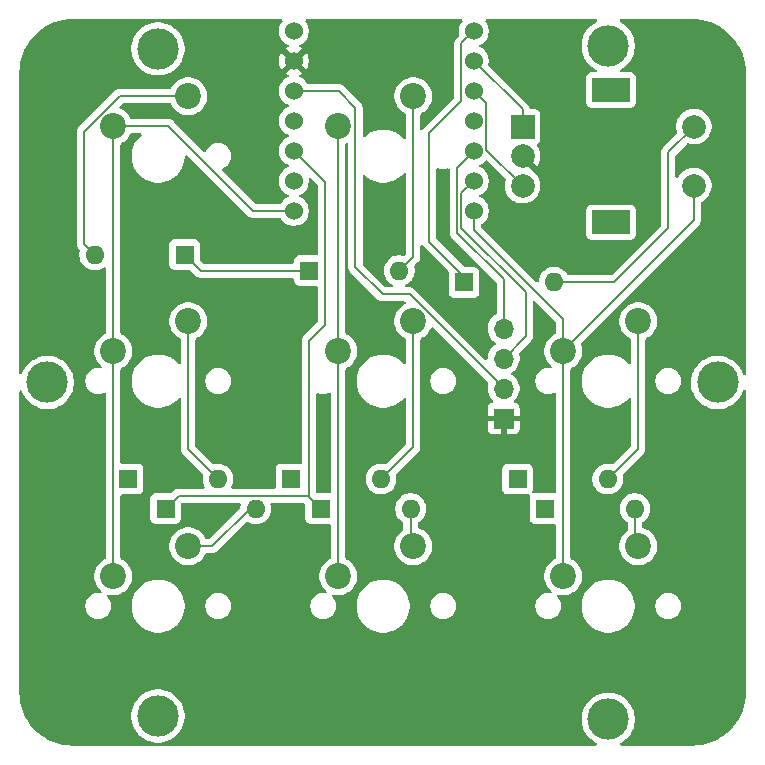
<source format=gbr>
%TF.GenerationSoftware,KiCad,Pcbnew,9.0.3*%
%TF.CreationDate,2025-07-24T19:08:25+05:30*%
%TF.ProjectId,hackpad,6861636b-7061-4642-9e6b-696361645f70,rev?*%
%TF.SameCoordinates,Original*%
%TF.FileFunction,Copper,L1,Top*%
%TF.FilePolarity,Positive*%
%FSLAX46Y46*%
G04 Gerber Fmt 4.6, Leading zero omitted, Abs format (unit mm)*
G04 Created by KiCad (PCBNEW 9.0.3) date 2025-07-24 19:08:25*
%MOMM*%
%LPD*%
G01*
G04 APERTURE LIST*
%TA.AperFunction,ComponentPad*%
%ADD10C,3.500000*%
%TD*%
%TA.AperFunction,ComponentPad*%
%ADD11C,2.200000*%
%TD*%
%TA.AperFunction,ComponentPad*%
%ADD12R,2.000000X2.000000*%
%TD*%
%TA.AperFunction,ComponentPad*%
%ADD13C,2.000000*%
%TD*%
%TA.AperFunction,ComponentPad*%
%ADD14R,3.200000X2.000000*%
%TD*%
%TA.AperFunction,ComponentPad*%
%ADD15R,1.600000X1.600000*%
%TD*%
%TA.AperFunction,ComponentPad*%
%ADD16O,1.600000X1.600000*%
%TD*%
%TA.AperFunction,ComponentPad*%
%ADD17C,1.524000*%
%TD*%
%TA.AperFunction,ComponentPad*%
%ADD18R,1.700000X1.700000*%
%TD*%
%TA.AperFunction,ComponentPad*%
%ADD19O,1.700000X1.700000*%
%TD*%
%TA.AperFunction,Conductor*%
%ADD20C,0.200000*%
%TD*%
G04 APERTURE END LIST*
D10*
%TO.P,REF\u002A\u002A,1*%
%TO.N,N/C*%
X166422000Y-128791661D03*
%TD*%
D11*
%TO.P,SW4,1,1*%
%TO.N,Net-(D4-A)*%
X130850000Y-95076500D03*
%TO.P,SW4,2,2*%
%TO.N,COL0*%
X124500000Y-97616500D03*
%TD*%
D12*
%TO.P,SW3,A,A*%
%TO.N,EN_A*%
X159160000Y-78606500D03*
D13*
%TO.P,SW3,B,B*%
%TO.N,EN_B*%
X159160000Y-83606500D03*
%TO.P,SW3,C,C*%
%TO.N,GND*%
X159160000Y-81106500D03*
D14*
%TO.P,SW3,MP*%
%TO.N,N/C*%
X166660000Y-75506500D03*
X166660000Y-86706500D03*
D13*
%TO.P,SW3,S1,S1*%
%TO.N,COL2*%
X173660000Y-83606500D03*
%TO.P,SW3,S2,S2*%
%TO.N,EN_SW1*%
X173660000Y-78606500D03*
%TD*%
D11*
%TO.P,SW1,1,1*%
%TO.N,Net-(D1-A)*%
X130850000Y-76026500D03*
%TO.P,SW1,2,2*%
%TO.N,COL0*%
X124500000Y-78566500D03*
%TD*%
%TO.P,SW9,1,1*%
%TO.N,Net-(D9-A)*%
X168950000Y-114126500D03*
%TO.P,SW9,2,2*%
%TO.N,COL2*%
X162600000Y-116666500D03*
%TD*%
D10*
%TO.P,REF\u002A\u002A,1*%
%TO.N,N/C*%
X118922000Y-100266661D03*
%TD*%
D11*
%TO.P,SW7,1,1*%
%TO.N,Net-(D7-A)*%
X130850000Y-114126500D03*
%TO.P,SW7,2,2*%
%TO.N,COL0*%
X124500000Y-116666500D03*
%TD*%
D10*
%TO.P,REF\u002A\u002A,1*%
%TO.N,N/C*%
X175672000Y-100266661D03*
%TD*%
D11*
%TO.P,SW2,1,1*%
%TO.N,Net-(D2-A)*%
X149900000Y-76026500D03*
%TO.P,SW2,2,2*%
%TO.N,COL1*%
X143550000Y-78566500D03*
%TD*%
D10*
%TO.P,REF\u002A\u002A,1*%
%TO.N,N/C*%
X128285000Y-72016661D03*
%TD*%
D11*
%TO.P,SW5,1,1*%
%TO.N,Net-(D5-A)*%
X149900000Y-95076500D03*
%TO.P,SW5,2,2*%
%TO.N,COL1*%
X143550000Y-97616500D03*
%TD*%
%TO.P,SW8,1,1*%
%TO.N,Net-(D8-A)*%
X149900000Y-114126500D03*
%TO.P,SW8,2,2*%
%TO.N,COL1*%
X143550000Y-116666500D03*
%TD*%
%TO.P,SW6,1,1*%
%TO.N,Net-(D6-A)*%
X168950000Y-95076500D03*
%TO.P,SW6,2,2*%
%TO.N,COL2*%
X162600000Y-97616500D03*
%TD*%
D10*
%TO.P,REF\u002A\u002A,1*%
%TO.N,N/C*%
X166422000Y-71766661D03*
%TD*%
%TO.P,REF\u002A\u002A,1*%
%TO.N,N/C*%
X128285000Y-128516661D03*
%TD*%
D15*
%TO.P,D7,1,K*%
%TO.N,ROW2*%
X128932000Y-110951500D03*
D16*
%TO.P,D7,2,A*%
%TO.N,Net-(D7-A)*%
X136552000Y-110951500D03*
%TD*%
D15*
%TO.P,D8,1,K*%
%TO.N,ROW2*%
X142052000Y-110951500D03*
D16*
%TO.P,D8,2,A*%
%TO.N,Net-(D8-A)*%
X149672000Y-110951500D03*
%TD*%
D15*
%TO.P,D2,1,K*%
%TO.N,ROW0*%
X141100000Y-90800000D03*
D16*
%TO.P,D2,2,A*%
%TO.N,Net-(D2-A)*%
X148720000Y-90800000D03*
%TD*%
D15*
%TO.P,D6,1,K*%
%TO.N,ROW1*%
X158742000Y-108451500D03*
D16*
%TO.P,D6,2,A*%
%TO.N,Net-(D6-A)*%
X166362000Y-108451500D03*
%TD*%
D15*
%TO.P,D5,1,K*%
%TO.N,ROW1*%
X139552000Y-108451500D03*
D16*
%TO.P,D5,2,A*%
%TO.N,Net-(D5-A)*%
X147172000Y-108451500D03*
%TD*%
D17*
%TO.P,U1,1,GPIO26/ADC0/A0*%
%TO.N,ROW0*%
X155040000Y-70500000D03*
%TO.P,U1,2,GPIO27/ADC1/A1*%
%TO.N,EN_A*%
X155040000Y-73040000D03*
%TO.P,U1,3,GPIO28/ADC2/A2*%
%TO.N,EN_B*%
X155040000Y-75580000D03*
%TO.P,U1,4,GPIO29/ADC3/A3*%
%TO.N,COL1*%
X155040000Y-78120000D03*
%TO.P,U1,5,GPIO6/SDA*%
%TO.N,OL_SDA*%
X155040000Y-80660000D03*
%TO.P,U1,6,GPIO7/SCL*%
%TO.N,OL_SCL*%
X155040000Y-83200000D03*
%TO.P,U1,7,GPIO0/TX*%
%TO.N,COL2*%
X155040000Y-85740000D03*
%TO.P,U1,8,GPIO1/RX*%
%TO.N,COL0*%
X139800000Y-85740000D03*
%TO.P,U1,9,GPIO2/SCK*%
%TO.N,LED*%
X139800000Y-83200000D03*
%TO.P,U1,10,GPIO4/MISO*%
%TO.N,ROW2*%
X139800000Y-80660000D03*
%TO.P,U1,11,GPIO3/MOSI*%
%TO.N,ROW1*%
X139800000Y-78120000D03*
%TO.P,U1,12,3V3*%
%TO.N,+3V3*%
X139800000Y-75580000D03*
%TO.P,U1,13,GND*%
%TO.N,GND*%
X139800000Y-73040000D03*
%TO.P,U1,14,VBUS*%
%TO.N,+5V*%
X139800000Y-70500000D03*
%TD*%
D18*
%TO.P,OL1,1,GND*%
%TO.N,GND*%
X157552000Y-103324000D03*
D19*
%TO.P,OL1,2,VCC*%
%TO.N,+3V3*%
X157552000Y-100784000D03*
%TO.P,OL1,3,SCL*%
%TO.N,OL_SCL*%
X157552000Y-98244000D03*
%TO.P,OL1,4,SDA*%
%TO.N,OL_SDA*%
X157552000Y-95704000D03*
%TD*%
D15*
%TO.P,D3,1,K*%
%TO.N,ROW0*%
X154200000Y-91800000D03*
D16*
%TO.P,D3,2,A*%
%TO.N,EN_SW1*%
X161820000Y-91800000D03*
%TD*%
D15*
%TO.P,D9,1,K*%
%TO.N,ROW2*%
X161052000Y-110951500D03*
D16*
%TO.P,D9,2,A*%
%TO.N,Net-(D9-A)*%
X168672000Y-110951500D03*
%TD*%
D15*
%TO.P,D1,1,K*%
%TO.N,ROW0*%
X130552000Y-89451500D03*
D16*
%TO.P,D1,2,A*%
%TO.N,Net-(D1-A)*%
X122932000Y-89451500D03*
%TD*%
D15*
%TO.P,D4,1,K*%
%TO.N,ROW1*%
X125742000Y-108451500D03*
D16*
%TO.P,D4,2,A*%
%TO.N,Net-(D4-A)*%
X133362000Y-108451500D03*
%TD*%
D20*
%TO.N,ROW0*%
X130552000Y-89451500D02*
X131052000Y-89451500D01*
X153978000Y-71562000D02*
X153978000Y-76422000D01*
X151240000Y-88340000D02*
X154200000Y-91300000D01*
X131900500Y-90800000D02*
X130552000Y-89451500D01*
X153978000Y-76422000D02*
X151240000Y-79160000D01*
X154200000Y-91300000D02*
X154200000Y-91800000D01*
X155040000Y-70500000D02*
X153978000Y-71562000D01*
X151240000Y-79160000D02*
X151240000Y-88340000D01*
X141100000Y-90800000D02*
X131900500Y-90800000D01*
%TO.N,Net-(D1-A)*%
X122932000Y-89451500D02*
X122030000Y-88549500D01*
X122030000Y-79056601D02*
X125060101Y-76026500D01*
X125060101Y-76026500D02*
X130850000Y-76026500D01*
X122030000Y-88549500D02*
X122030000Y-79056601D01*
%TO.N,Net-(D2-A)*%
X149900000Y-76026500D02*
X149900000Y-89620000D01*
X149900000Y-89620000D02*
X148720000Y-90800000D01*
%TO.N,Net-(D4-A)*%
X130850000Y-105939500D02*
X130850000Y-95076500D01*
X133362000Y-108451500D02*
X130850000Y-105939500D01*
%TO.N,Net-(D5-A)*%
X149900000Y-95076500D02*
X149900000Y-105723500D01*
X149900000Y-105723500D02*
X147172000Y-108451500D01*
%TO.N,Net-(D6-A)*%
X168950000Y-105863500D02*
X166362000Y-108451500D01*
X168950000Y-95076500D02*
X168950000Y-105863500D01*
%TO.N,ROW2*%
X142400000Y-95400000D02*
X142400000Y-83260000D01*
X130032000Y-109851500D02*
X140952000Y-109851500D01*
X142052000Y-110951500D02*
X141080000Y-109979500D01*
X141080000Y-96720000D02*
X142400000Y-95400000D01*
X142400000Y-83260000D02*
X139800000Y-80660000D01*
X140952000Y-109851500D02*
X142052000Y-110951500D01*
X141080000Y-109979500D02*
X141080000Y-96720000D01*
X128932000Y-110951500D02*
X130032000Y-109851500D01*
%TO.N,Net-(D7-A)*%
X136052000Y-110951500D02*
X132877000Y-114126500D01*
X136552000Y-110951500D02*
X136052000Y-110951500D01*
X132877000Y-114126500D02*
X130850000Y-114126500D01*
%TO.N,Net-(D8-A)*%
X149672000Y-110951500D02*
X149672000Y-113898500D01*
X149672000Y-113898500D02*
X149900000Y-114126500D01*
%TO.N,OL_SCL*%
X153978000Y-84262000D02*
X153978000Y-87178000D01*
X159422000Y-92622000D02*
X159422000Y-96374000D01*
X155040000Y-83200000D02*
X153978000Y-84262000D01*
X159422000Y-96374000D02*
X157552000Y-98244000D01*
X153978000Y-87178000D02*
X159422000Y-92622000D01*
%TO.N,OL_SDA*%
X155040000Y-80660000D02*
X153578000Y-82122000D01*
X153578000Y-82122000D02*
X153578000Y-87578000D01*
X153578000Y-87578000D02*
X157552000Y-91552000D01*
X157552000Y-91552000D02*
X157552000Y-95704000D01*
%TO.N,COL0*%
X124500000Y-78566500D02*
X129152944Y-78566500D01*
X129152944Y-78566500D02*
X136326444Y-85740000D01*
X124500000Y-78566500D02*
X124500000Y-97616500D01*
X124500000Y-97616500D02*
X124500000Y-116666500D01*
X136326444Y-85740000D02*
X139800000Y-85740000D01*
%TO.N,COL1*%
X143996500Y-78120000D02*
X143550000Y-78566500D01*
X143550000Y-78566500D02*
X143550000Y-97616500D01*
X143550000Y-97616500D02*
X143550000Y-116666500D01*
%TO.N,COL2*%
X173660000Y-83606500D02*
X173660000Y-86556500D01*
X173660000Y-86556500D02*
X162600000Y-97616500D01*
X162600000Y-94900000D02*
X162600000Y-97616500D01*
X162600000Y-97616500D02*
X162600000Y-116666500D01*
X155040000Y-87340000D02*
X162600000Y-94900000D01*
X155040000Y-85740000D02*
X155040000Y-87340000D01*
%TO.N,EN_SW1*%
X173660000Y-78606500D02*
X171500000Y-80766500D01*
X171500000Y-80766500D02*
X171500000Y-87200000D01*
X171500000Y-87200000D02*
X166900000Y-91800000D01*
X166900000Y-91800000D02*
X161820000Y-91800000D01*
%TO.N,+3V3*%
X157552000Y-100748601D02*
X157552000Y-100784000D01*
X147300000Y-92800000D02*
X149603399Y-92800000D01*
X145010000Y-90510000D02*
X147300000Y-92800000D01*
X149603399Y-92800000D02*
X157552000Y-100748601D01*
X139800000Y-75580000D02*
X143580000Y-75580000D01*
X143580000Y-75580000D02*
X145010000Y-77010000D01*
X145010000Y-77010000D02*
X145010000Y-90510000D01*
%TO.N,EN_A*%
X159102500Y-78606500D02*
X159160000Y-78606500D01*
X159160000Y-78606500D02*
X159160000Y-77160000D01*
X159160000Y-77160000D02*
X155040000Y-73040000D01*
%TO.N,EN_B*%
X156102000Y-80548500D02*
X156102000Y-76642000D01*
X156102000Y-76642000D02*
X155040000Y-75580000D01*
X159160000Y-83606500D02*
X156102000Y-80548500D01*
%TO.N,Net-(D9-A)*%
X168672000Y-110951500D02*
X168672000Y-113848500D01*
X168672000Y-113848500D02*
X168950000Y-114126500D01*
%TD*%
%TA.AperFunction,Conductor*%
%TO.N,GND*%
G36*
X138777214Y-69536846D02*
G01*
X138822969Y-69589650D01*
X138832913Y-69658808D01*
X138810493Y-69714044D01*
X138804450Y-69722364D01*
X138720213Y-69838305D01*
X138629994Y-70015367D01*
X138629993Y-70015370D01*
X138568587Y-70204362D01*
X138537500Y-70400639D01*
X138537500Y-70599360D01*
X138568587Y-70795637D01*
X138629993Y-70984629D01*
X138629994Y-70984632D01*
X138699194Y-71120443D01*
X138720213Y-71161694D01*
X138837019Y-71322464D01*
X138977536Y-71462981D01*
X139138306Y-71579787D01*
X139295332Y-71659796D01*
X139346127Y-71707769D01*
X139362922Y-71775590D01*
X139340385Y-71841725D01*
X139295332Y-71880764D01*
X139138566Y-71960641D01*
X139101283Y-71987729D01*
X139101282Y-71987730D01*
X139715906Y-72602352D01*
X139628429Y-72625792D01*
X139527070Y-72684311D01*
X139444311Y-72767070D01*
X139385792Y-72868429D01*
X139362352Y-72955905D01*
X138747730Y-72341282D01*
X138747729Y-72341283D01*
X138720643Y-72378564D01*
X138630457Y-72555562D01*
X138569075Y-72744476D01*
X138569075Y-72744479D01*
X138538000Y-72940678D01*
X138538000Y-73139321D01*
X138569075Y-73335520D01*
X138569075Y-73335523D01*
X138630457Y-73524437D01*
X138720641Y-73701432D01*
X138747730Y-73738715D01*
X138747731Y-73738716D01*
X139362352Y-73124094D01*
X139385792Y-73211571D01*
X139444311Y-73312930D01*
X139527070Y-73395689D01*
X139628429Y-73454208D01*
X139715905Y-73477647D01*
X139101283Y-74092268D01*
X139101283Y-74092269D01*
X139138567Y-74119358D01*
X139295331Y-74199234D01*
X139346127Y-74247209D01*
X139362922Y-74315030D01*
X139340384Y-74381165D01*
X139295331Y-74420204D01*
X139138305Y-74500213D01*
X138977533Y-74617021D01*
X138837021Y-74757533D01*
X138720213Y-74918305D01*
X138629994Y-75095367D01*
X138629993Y-75095370D01*
X138568587Y-75284362D01*
X138537500Y-75480639D01*
X138537500Y-75679360D01*
X138568587Y-75875637D01*
X138629993Y-76064629D01*
X138629994Y-76064632D01*
X138707538Y-76216819D01*
X138720213Y-76241694D01*
X138837019Y-76402464D01*
X138977536Y-76542981D01*
X139138306Y-76659787D01*
X139256832Y-76720179D01*
X139294780Y-76739515D01*
X139345576Y-76787490D01*
X139362371Y-76855311D01*
X139339833Y-76921446D01*
X139294780Y-76960485D01*
X139138305Y-77040213D01*
X138977533Y-77157021D01*
X138837021Y-77297533D01*
X138720213Y-77458305D01*
X138629994Y-77635367D01*
X138629993Y-77635370D01*
X138568587Y-77824362D01*
X138568587Y-77824364D01*
X138537500Y-78020639D01*
X138537500Y-78219361D01*
X138543166Y-78255132D01*
X138568587Y-78415637D01*
X138629993Y-78604629D01*
X138629994Y-78604632D01*
X138691118Y-78724592D01*
X138720213Y-78781694D01*
X138837019Y-78942464D01*
X138977536Y-79082981D01*
X139138306Y-79199787D01*
X139256832Y-79260179D01*
X139294780Y-79279515D01*
X139345576Y-79327490D01*
X139362371Y-79395311D01*
X139339833Y-79461446D01*
X139294780Y-79500485D01*
X139138305Y-79580213D01*
X138977533Y-79697021D01*
X138837021Y-79837533D01*
X138720213Y-79998305D01*
X138629994Y-80175367D01*
X138629993Y-80175370D01*
X138568587Y-80364362D01*
X138537500Y-80560639D01*
X138537500Y-80759360D01*
X138568587Y-80955637D01*
X138629993Y-81144629D01*
X138629994Y-81144632D01*
X138708901Y-81299493D01*
X138720213Y-81321694D01*
X138837019Y-81482464D01*
X138977536Y-81622981D01*
X139138306Y-81739787D01*
X139256832Y-81800179D01*
X139294780Y-81819515D01*
X139345576Y-81867490D01*
X139362371Y-81935311D01*
X139339833Y-82001446D01*
X139294780Y-82040485D01*
X139138305Y-82120213D01*
X138977533Y-82237021D01*
X138837021Y-82377533D01*
X138720213Y-82538305D01*
X138629994Y-82715367D01*
X138629993Y-82715370D01*
X138568587Y-82904362D01*
X138537500Y-83100639D01*
X138537500Y-83299360D01*
X138568587Y-83495637D01*
X138629993Y-83684629D01*
X138629994Y-83684632D01*
X138650358Y-83724597D01*
X138720213Y-83861694D01*
X138837019Y-84022464D01*
X138977536Y-84162981D01*
X139138306Y-84279787D01*
X139233337Y-84328208D01*
X139294780Y-84359515D01*
X139345576Y-84407490D01*
X139362371Y-84475311D01*
X139339833Y-84541446D01*
X139294780Y-84580485D01*
X139138305Y-84660213D01*
X138977533Y-84777021D01*
X138837021Y-84917533D01*
X138720210Y-85078309D01*
X138719000Y-85080285D01*
X138718343Y-85080878D01*
X138717349Y-85082248D01*
X138717061Y-85082039D01*
X138667190Y-85127163D01*
X138613270Y-85139500D01*
X136626541Y-85139500D01*
X136559502Y-85119815D01*
X136538860Y-85103181D01*
X133766540Y-82330861D01*
X133733055Y-82269538D01*
X133738039Y-82199846D01*
X133779911Y-82143913D01*
X133808340Y-82129171D01*
X133807952Y-82128234D01*
X133812435Y-82126376D01*
X133812445Y-82126373D01*
X133966788Y-82047732D01*
X134106928Y-81945914D01*
X134229414Y-81823428D01*
X134331232Y-81683288D01*
X134409873Y-81528945D01*
X134463402Y-81364201D01*
X134490500Y-81193111D01*
X134490500Y-81019889D01*
X134463402Y-80848799D01*
X134409873Y-80684055D01*
X134331232Y-80529712D01*
X134229414Y-80389572D01*
X134106928Y-80267086D01*
X133966788Y-80165268D01*
X133812445Y-80086627D01*
X133647701Y-80033098D01*
X133647699Y-80033097D01*
X133647698Y-80033097D01*
X133516271Y-80012281D01*
X133476611Y-80006000D01*
X133303389Y-80006000D01*
X133263728Y-80012281D01*
X133132302Y-80033097D01*
X132967552Y-80086628D01*
X132813211Y-80165268D01*
X132790500Y-80181769D01*
X132673072Y-80267086D01*
X132673070Y-80267088D01*
X132673069Y-80267088D01*
X132550588Y-80389569D01*
X132550588Y-80389570D01*
X132550586Y-80389572D01*
X132544620Y-80397784D01*
X132448768Y-80529711D01*
X132370126Y-80684056D01*
X132368266Y-80688548D01*
X132366377Y-80687765D01*
X132331722Y-80738345D01*
X132267338Y-80765483D01*
X132198503Y-80753504D01*
X132165638Y-80729959D01*
X129640534Y-78204855D01*
X129640532Y-78204852D01*
X129521661Y-78085981D01*
X129521656Y-78085977D01*
X129419375Y-78026926D01*
X129419374Y-78026925D01*
X129384734Y-78006925D01*
X129384733Y-78006924D01*
X129372207Y-78003567D01*
X129232001Y-77965999D01*
X129073887Y-77965999D01*
X129066291Y-77965999D01*
X129066275Y-77966000D01*
X126066300Y-77966000D01*
X125999261Y-77946315D01*
X125955815Y-77898295D01*
X125868870Y-77727655D01*
X125808694Y-77644830D01*
X125720798Y-77523850D01*
X125720794Y-77523845D01*
X125542654Y-77345705D01*
X125542649Y-77345701D01*
X125338848Y-77197632D01*
X125338847Y-77197631D01*
X125338845Y-77197630D01*
X125256372Y-77155608D01*
X125114383Y-77083260D01*
X125111517Y-77082329D01*
X125109216Y-77081581D01*
X125051544Y-77042140D01*
X125024350Y-76977780D01*
X125036269Y-76908935D01*
X125059856Y-76875979D01*
X125272518Y-76663316D01*
X125333840Y-76629834D01*
X125360198Y-76627000D01*
X129283700Y-76627000D01*
X129350739Y-76646685D01*
X129394184Y-76694704D01*
X129480468Y-76864046D01*
X129481132Y-76865348D01*
X129629201Y-77069149D01*
X129629205Y-77069154D01*
X129807345Y-77247294D01*
X129807350Y-77247298D01*
X129968210Y-77364169D01*
X130011155Y-77395370D01*
X130154184Y-77468247D01*
X130235616Y-77509739D01*
X130235618Y-77509739D01*
X130235621Y-77509741D01*
X130475215Y-77587590D01*
X130724038Y-77627000D01*
X130724039Y-77627000D01*
X130975961Y-77627000D01*
X130975962Y-77627000D01*
X131224785Y-77587590D01*
X131464379Y-77509741D01*
X131688845Y-77395370D01*
X131892656Y-77247293D01*
X132070793Y-77069156D01*
X132218870Y-76865345D01*
X132333241Y-76640879D01*
X132411090Y-76401285D01*
X132450500Y-76152462D01*
X132450500Y-75900538D01*
X132411090Y-75651715D01*
X132333241Y-75412121D01*
X132333239Y-75412118D01*
X132333239Y-75412116D01*
X132288028Y-75323386D01*
X132218870Y-75187655D01*
X132118393Y-75049360D01*
X132070798Y-74983850D01*
X132070794Y-74983845D01*
X131892654Y-74805705D01*
X131892649Y-74805701D01*
X131688848Y-74657632D01*
X131688847Y-74657631D01*
X131688845Y-74657630D01*
X131609141Y-74617019D01*
X131464383Y-74543260D01*
X131224785Y-74465410D01*
X130975962Y-74426000D01*
X130724038Y-74426000D01*
X130599626Y-74445705D01*
X130475214Y-74465410D01*
X130235616Y-74543260D01*
X130011151Y-74657632D01*
X129807350Y-74805701D01*
X129807345Y-74805705D01*
X129629205Y-74983845D01*
X129629201Y-74983850D01*
X129481132Y-75187651D01*
X129481130Y-75187655D01*
X129402432Y-75342110D01*
X129394185Y-75358295D01*
X129346211Y-75409091D01*
X129283700Y-75426000D01*
X125146770Y-75426000D01*
X125146754Y-75425999D01*
X125139158Y-75425999D01*
X124981044Y-75425999D01*
X124873688Y-75454765D01*
X124828311Y-75466924D01*
X124828310Y-75466925D01*
X124793671Y-75486925D01*
X124793670Y-75486926D01*
X124691388Y-75545977D01*
X124691383Y-75545981D01*
X121549481Y-78687883D01*
X121549479Y-78687886D01*
X121499361Y-78774695D01*
X121499359Y-78774697D01*
X121470425Y-78824810D01*
X121470424Y-78824811D01*
X121470423Y-78824816D01*
X121429499Y-78977544D01*
X121429499Y-78977546D01*
X121429499Y-79145647D01*
X121429500Y-79145660D01*
X121429500Y-88462830D01*
X121429499Y-88462848D01*
X121429499Y-88628554D01*
X121429498Y-88628554D01*
X121470423Y-88781285D01*
X121493074Y-88820516D01*
X121493075Y-88820520D01*
X121549475Y-88918209D01*
X121549481Y-88918217D01*
X121637921Y-89006657D01*
X121671406Y-89067980D01*
X121668173Y-89132649D01*
X121663523Y-89146960D01*
X121663523Y-89146962D01*
X121631500Y-89349148D01*
X121631500Y-89553851D01*
X121663522Y-89756034D01*
X121726781Y-89950723D01*
X121819715Y-90133113D01*
X121940028Y-90298713D01*
X122084786Y-90443471D01*
X122205982Y-90531523D01*
X122250390Y-90563787D01*
X122339212Y-90609044D01*
X122432776Y-90656718D01*
X122432778Y-90656718D01*
X122432781Y-90656720D01*
X122528168Y-90687713D01*
X122627465Y-90719977D01*
X122728557Y-90735988D01*
X122829648Y-90752000D01*
X122829649Y-90752000D01*
X123034351Y-90752000D01*
X123034352Y-90752000D01*
X123236534Y-90719977D01*
X123431219Y-90656720D01*
X123613610Y-90563787D01*
X123693273Y-90505909D01*
X123702615Y-90499122D01*
X123768421Y-90475642D01*
X123836475Y-90491468D01*
X123885170Y-90541573D01*
X123899500Y-90599440D01*
X123899500Y-96050199D01*
X123879815Y-96117238D01*
X123831795Y-96160684D01*
X123661151Y-96247632D01*
X123457350Y-96395701D01*
X123457345Y-96395705D01*
X123279205Y-96573845D01*
X123279201Y-96573850D01*
X123131132Y-96777651D01*
X123016760Y-97002116D01*
X122938910Y-97241714D01*
X122899500Y-97490538D01*
X122899500Y-97742461D01*
X122938910Y-97991285D01*
X123016760Y-98230883D01*
X123131132Y-98455348D01*
X123279201Y-98659149D01*
X123279205Y-98659154D01*
X123279207Y-98659156D01*
X123457344Y-98837293D01*
X123457345Y-98837294D01*
X123457344Y-98837294D01*
X123463661Y-98841883D01*
X123506327Y-98897214D01*
X123512305Y-98966827D01*
X123479699Y-99028622D01*
X123418860Y-99062979D01*
X123371378Y-99064674D01*
X123316611Y-99056000D01*
X123143389Y-99056000D01*
X123103728Y-99062281D01*
X122972302Y-99083097D01*
X122807552Y-99136628D01*
X122653211Y-99215268D01*
X122579036Y-99269160D01*
X122513072Y-99317086D01*
X122513070Y-99317088D01*
X122513069Y-99317088D01*
X122390588Y-99439569D01*
X122390588Y-99439570D01*
X122390586Y-99439572D01*
X122366944Y-99472112D01*
X122288768Y-99579711D01*
X122210128Y-99734052D01*
X122156597Y-99898802D01*
X122129500Y-100069889D01*
X122129500Y-100243110D01*
X122156593Y-100414174D01*
X122156598Y-100414201D01*
X122210127Y-100578945D01*
X122288768Y-100733288D01*
X122390586Y-100873428D01*
X122513072Y-100995914D01*
X122653212Y-101097732D01*
X122807555Y-101176373D01*
X122972299Y-101229902D01*
X123143389Y-101257000D01*
X123143390Y-101257000D01*
X123316610Y-101257000D01*
X123316611Y-101257000D01*
X123487701Y-101229902D01*
X123652445Y-101176373D01*
X123719206Y-101142356D01*
X123787874Y-101129461D01*
X123852615Y-101155737D01*
X123892872Y-101212844D01*
X123899500Y-101252842D01*
X123899500Y-115100199D01*
X123879815Y-115167238D01*
X123831795Y-115210684D01*
X123661151Y-115297632D01*
X123457350Y-115445701D01*
X123457345Y-115445705D01*
X123279205Y-115623845D01*
X123279201Y-115623850D01*
X123131132Y-115827651D01*
X123016760Y-116052116D01*
X122938910Y-116291714D01*
X122899500Y-116540538D01*
X122899500Y-116792461D01*
X122938910Y-117041285D01*
X123016760Y-117280883D01*
X123131132Y-117505348D01*
X123279201Y-117709149D01*
X123279205Y-117709154D01*
X123279207Y-117709156D01*
X123457344Y-117887293D01*
X123457345Y-117887294D01*
X123457344Y-117887294D01*
X123463661Y-117891883D01*
X123506327Y-117947214D01*
X123512305Y-118016827D01*
X123479699Y-118078622D01*
X123418860Y-118112979D01*
X123371378Y-118114674D01*
X123316611Y-118106000D01*
X123143389Y-118106000D01*
X123103728Y-118112281D01*
X122972302Y-118133097D01*
X122807552Y-118186628D01*
X122653211Y-118265268D01*
X122596289Y-118306625D01*
X122513072Y-118367086D01*
X122513070Y-118367088D01*
X122513069Y-118367088D01*
X122390588Y-118489569D01*
X122390588Y-118489570D01*
X122390586Y-118489572D01*
X122346859Y-118549756D01*
X122288768Y-118629711D01*
X122210128Y-118784052D01*
X122156597Y-118948802D01*
X122129500Y-119119889D01*
X122129500Y-119293111D01*
X122156598Y-119464201D01*
X122210127Y-119628945D01*
X122288768Y-119783288D01*
X122390586Y-119923428D01*
X122513072Y-120045914D01*
X122653212Y-120147732D01*
X122807555Y-120226373D01*
X122972299Y-120279902D01*
X123143389Y-120307000D01*
X123143390Y-120307000D01*
X123316610Y-120307000D01*
X123316611Y-120307000D01*
X123487701Y-120279902D01*
X123652445Y-120226373D01*
X123806788Y-120147732D01*
X123946928Y-120045914D01*
X124069414Y-119923428D01*
X124171232Y-119783288D01*
X124249873Y-119628945D01*
X124303402Y-119464201D01*
X124330500Y-119293111D01*
X124330500Y-119119889D01*
X124320854Y-119058986D01*
X126059500Y-119058986D01*
X126059500Y-119354013D01*
X126091571Y-119597613D01*
X126098007Y-119646493D01*
X126172212Y-119923430D01*
X126174361Y-119931451D01*
X126174364Y-119931461D01*
X126287254Y-120204000D01*
X126287258Y-120204010D01*
X126434761Y-120459493D01*
X126614352Y-120693540D01*
X126614358Y-120693547D01*
X126822952Y-120902141D01*
X126822959Y-120902147D01*
X127057006Y-121081738D01*
X127312489Y-121229241D01*
X127312490Y-121229241D01*
X127312493Y-121229243D01*
X127585048Y-121342139D01*
X127870007Y-121418493D01*
X128162494Y-121457000D01*
X128162501Y-121457000D01*
X128457499Y-121457000D01*
X128457506Y-121457000D01*
X128749993Y-121418493D01*
X129034952Y-121342139D01*
X129307507Y-121229243D01*
X129562994Y-121081738D01*
X129797042Y-120902146D01*
X130005646Y-120693542D01*
X130185238Y-120459494D01*
X130332743Y-120204007D01*
X130445639Y-119931452D01*
X130521993Y-119646493D01*
X130560500Y-119354006D01*
X130560500Y-119119889D01*
X132289500Y-119119889D01*
X132289500Y-119293111D01*
X132316598Y-119464201D01*
X132370127Y-119628945D01*
X132448768Y-119783288D01*
X132550586Y-119923428D01*
X132673072Y-120045914D01*
X132813212Y-120147732D01*
X132967555Y-120226373D01*
X133132299Y-120279902D01*
X133303389Y-120307000D01*
X133303390Y-120307000D01*
X133476610Y-120307000D01*
X133476611Y-120307000D01*
X133647701Y-120279902D01*
X133812445Y-120226373D01*
X133966788Y-120147732D01*
X134106928Y-120045914D01*
X134229414Y-119923428D01*
X134331232Y-119783288D01*
X134409873Y-119628945D01*
X134463402Y-119464201D01*
X134490500Y-119293111D01*
X134490500Y-119119889D01*
X134463402Y-118948799D01*
X134409873Y-118784055D01*
X134331232Y-118629712D01*
X134229414Y-118489572D01*
X134106928Y-118367086D01*
X133966788Y-118265268D01*
X133812445Y-118186627D01*
X133647701Y-118133098D01*
X133647699Y-118133097D01*
X133647698Y-118133097D01*
X133516271Y-118112281D01*
X133476611Y-118106000D01*
X133303389Y-118106000D01*
X133263728Y-118112281D01*
X133132302Y-118133097D01*
X132967552Y-118186628D01*
X132813211Y-118265268D01*
X132756289Y-118306625D01*
X132673072Y-118367086D01*
X132673070Y-118367088D01*
X132673069Y-118367088D01*
X132550588Y-118489569D01*
X132550588Y-118489570D01*
X132550586Y-118489572D01*
X132506859Y-118549756D01*
X132448768Y-118629711D01*
X132370128Y-118784052D01*
X132316597Y-118948802D01*
X132289500Y-119119889D01*
X130560500Y-119119889D01*
X130560500Y-119058994D01*
X130521993Y-118766507D01*
X130445639Y-118481548D01*
X130332743Y-118208993D01*
X130277309Y-118112979D01*
X130185238Y-117953506D01*
X130005647Y-117719459D01*
X130005641Y-117719452D01*
X129797047Y-117510858D01*
X129797040Y-117510852D01*
X129562993Y-117331261D01*
X129307510Y-117183758D01*
X129307500Y-117183754D01*
X129034961Y-117070864D01*
X129034954Y-117070862D01*
X129034952Y-117070861D01*
X128749993Y-116994507D01*
X128701113Y-116988071D01*
X128457513Y-116956000D01*
X128457506Y-116956000D01*
X128162494Y-116956000D01*
X128162486Y-116956000D01*
X127884085Y-116992653D01*
X127870007Y-116994507D01*
X127695428Y-117041285D01*
X127585048Y-117070861D01*
X127585038Y-117070864D01*
X127312499Y-117183754D01*
X127312489Y-117183758D01*
X127057006Y-117331261D01*
X126822959Y-117510852D01*
X126822952Y-117510858D01*
X126614358Y-117719452D01*
X126614352Y-117719459D01*
X126434761Y-117953506D01*
X126287258Y-118208989D01*
X126287254Y-118208999D01*
X126174364Y-118481538D01*
X126174361Y-118481548D01*
X126098008Y-118766504D01*
X126098006Y-118766515D01*
X126059500Y-119058986D01*
X124320854Y-119058986D01*
X124303402Y-118948799D01*
X124249873Y-118784055D01*
X124171232Y-118629712D01*
X124069414Y-118489572D01*
X124017482Y-118437640D01*
X123983997Y-118376317D01*
X123988981Y-118306625D01*
X124030853Y-118250692D01*
X124096317Y-118226275D01*
X124124561Y-118227486D01*
X124125212Y-118227589D01*
X124125215Y-118227590D01*
X124374038Y-118267000D01*
X124374039Y-118267000D01*
X124625961Y-118267000D01*
X124625962Y-118267000D01*
X124874785Y-118227590D01*
X125114379Y-118149741D01*
X125338845Y-118035370D01*
X125542656Y-117887293D01*
X125720793Y-117709156D01*
X125868870Y-117505345D01*
X125983241Y-117280879D01*
X126061090Y-117041285D01*
X126100500Y-116792462D01*
X126100500Y-116540538D01*
X126061090Y-116291715D01*
X125983241Y-116052121D01*
X125983239Y-116052118D01*
X125983239Y-116052116D01*
X125941747Y-115970684D01*
X125868870Y-115827655D01*
X125767107Y-115687590D01*
X125720798Y-115623850D01*
X125720794Y-115623845D01*
X125542654Y-115445705D01*
X125542649Y-115445701D01*
X125338848Y-115297632D01*
X125338847Y-115297631D01*
X125338845Y-115297630D01*
X125269186Y-115262137D01*
X125168205Y-115210684D01*
X125117409Y-115162709D01*
X125100500Y-115100199D01*
X125100500Y-109875999D01*
X125120185Y-109808960D01*
X125172989Y-109763205D01*
X125224500Y-109751999D01*
X126589871Y-109751999D01*
X126589872Y-109751999D01*
X126649483Y-109745591D01*
X126784331Y-109695296D01*
X126899546Y-109609046D01*
X126985796Y-109493831D01*
X127036091Y-109358983D01*
X127042500Y-109299373D01*
X127042499Y-107603628D01*
X127036091Y-107544017D01*
X126985796Y-107409169D01*
X126985795Y-107409168D01*
X126985793Y-107409164D01*
X126899547Y-107293955D01*
X126899544Y-107293952D01*
X126784335Y-107207706D01*
X126784328Y-107207702D01*
X126649482Y-107157408D01*
X126649483Y-107157408D01*
X126589883Y-107151001D01*
X126589881Y-107151000D01*
X126589873Y-107151000D01*
X126589865Y-107151000D01*
X125224500Y-107151000D01*
X125157461Y-107131315D01*
X125111706Y-107078511D01*
X125100500Y-107027000D01*
X125100500Y-99182800D01*
X125120185Y-99115761D01*
X125168204Y-99072315D01*
X125338845Y-98985370D01*
X125542656Y-98837293D01*
X125720793Y-98659156D01*
X125868870Y-98455345D01*
X125983241Y-98230879D01*
X126061090Y-97991285D01*
X126100500Y-97742462D01*
X126100500Y-97490538D01*
X126061090Y-97241715D01*
X125983241Y-97002121D01*
X125983239Y-97002118D01*
X125983239Y-97002116D01*
X125913238Y-96864732D01*
X125868870Y-96777655D01*
X125822258Y-96713499D01*
X125720798Y-96573850D01*
X125720794Y-96573845D01*
X125542654Y-96395705D01*
X125542649Y-96395701D01*
X125338848Y-96247632D01*
X125338847Y-96247631D01*
X125338845Y-96247630D01*
X125269186Y-96212137D01*
X125168205Y-96160684D01*
X125117409Y-96112709D01*
X125100500Y-96050199D01*
X125100500Y-80132800D01*
X125120185Y-80065761D01*
X125168204Y-80022315D01*
X125338845Y-79935370D01*
X125542656Y-79787293D01*
X125720793Y-79609156D01*
X125868870Y-79405345D01*
X125955815Y-79234704D01*
X126003789Y-79183909D01*
X126066300Y-79167000D01*
X126775462Y-79167000D01*
X126842501Y-79186685D01*
X126888256Y-79239489D01*
X126898200Y-79308647D01*
X126869175Y-79372203D01*
X126850948Y-79389376D01*
X126822959Y-79410852D01*
X126822952Y-79410858D01*
X126614358Y-79619452D01*
X126614352Y-79619459D01*
X126434761Y-79853506D01*
X126287258Y-80108989D01*
X126287254Y-80108999D01*
X126174364Y-80381538D01*
X126174361Y-80381548D01*
X126104956Y-80640575D01*
X126098008Y-80666504D01*
X126098006Y-80666515D01*
X126059500Y-80958986D01*
X126059500Y-81254013D01*
X126089577Y-81482464D01*
X126098007Y-81546493D01*
X126174361Y-81831451D01*
X126174364Y-81831461D01*
X126287254Y-82104000D01*
X126287258Y-82104010D01*
X126434761Y-82359493D01*
X126614352Y-82593540D01*
X126614358Y-82593547D01*
X126822952Y-82802141D01*
X126822959Y-82802147D01*
X127057006Y-82981738D01*
X127312489Y-83129241D01*
X127312490Y-83129241D01*
X127312493Y-83129243D01*
X127585048Y-83242139D01*
X127870007Y-83318493D01*
X128162494Y-83357000D01*
X128162501Y-83357000D01*
X128457499Y-83357000D01*
X128457506Y-83357000D01*
X128749993Y-83318493D01*
X129034952Y-83242139D01*
X129307507Y-83129243D01*
X129562994Y-82981738D01*
X129797042Y-82802146D01*
X130005646Y-82593542D01*
X130185238Y-82359494D01*
X130332743Y-82104007D01*
X130445639Y-81831452D01*
X130521993Y-81546493D01*
X130560500Y-81254006D01*
X130560500Y-81122653D01*
X130580185Y-81055614D01*
X130632989Y-81009859D01*
X130702147Y-80999915D01*
X130765703Y-81028940D01*
X130772181Y-81034972D01*
X135841583Y-86104374D01*
X135841593Y-86104385D01*
X135845923Y-86108715D01*
X135845924Y-86108716D01*
X135957728Y-86220520D01*
X136019881Y-86256403D01*
X136044539Y-86270639D01*
X136044541Y-86270641D01*
X136082595Y-86292611D01*
X136094659Y-86299577D01*
X136247387Y-86340501D01*
X136247390Y-86340501D01*
X136413097Y-86340501D01*
X136413113Y-86340500D01*
X138613270Y-86340500D01*
X138680309Y-86360185D01*
X138717191Y-86397866D01*
X138717349Y-86397752D01*
X138718127Y-86398823D01*
X138719000Y-86399715D01*
X138720210Y-86401690D01*
X138720213Y-86401694D01*
X138837019Y-86562464D01*
X138977536Y-86702981D01*
X139138306Y-86819787D01*
X139199500Y-86850967D01*
X139315367Y-86910005D01*
X139315370Y-86910006D01*
X139409866Y-86940709D01*
X139504364Y-86971413D01*
X139700639Y-87002500D01*
X139700640Y-87002500D01*
X139899360Y-87002500D01*
X139899361Y-87002500D01*
X140095636Y-86971413D01*
X140284632Y-86910005D01*
X140461694Y-86819787D01*
X140622464Y-86702981D01*
X140762981Y-86562464D01*
X140879787Y-86401694D01*
X140970005Y-86224632D01*
X141031413Y-86035636D01*
X141062500Y-85839361D01*
X141062500Y-85640639D01*
X141031413Y-85444364D01*
X141000412Y-85348952D01*
X140970006Y-85255370D01*
X140970005Y-85255367D01*
X140894407Y-85107000D01*
X140879787Y-85078306D01*
X140762981Y-84917536D01*
X140622464Y-84777019D01*
X140461694Y-84660213D01*
X140305218Y-84580484D01*
X140254423Y-84532510D01*
X140237628Y-84464689D01*
X140260165Y-84398554D01*
X140305218Y-84359515D01*
X140461694Y-84279787D01*
X140622464Y-84162981D01*
X140762981Y-84022464D01*
X140879787Y-83861694D01*
X140970005Y-83684632D01*
X141031413Y-83495636D01*
X141062500Y-83299361D01*
X141062500Y-83100639D01*
X141060303Y-83086770D01*
X141069257Y-83017480D01*
X141114252Y-82964027D01*
X141181003Y-82943386D01*
X141248317Y-82962110D01*
X141270457Y-82979692D01*
X141763181Y-83472416D01*
X141796666Y-83533739D01*
X141799500Y-83560097D01*
X141799500Y-89375500D01*
X141779815Y-89442539D01*
X141727011Y-89488294D01*
X141675500Y-89499500D01*
X140252129Y-89499500D01*
X140252123Y-89499501D01*
X140192516Y-89505908D01*
X140057671Y-89556202D01*
X140057664Y-89556206D01*
X139942455Y-89642452D01*
X139942452Y-89642455D01*
X139856206Y-89757664D01*
X139856202Y-89757671D01*
X139805908Y-89892517D01*
X139799501Y-89952116D01*
X139799500Y-89952135D01*
X139799500Y-90075500D01*
X139779815Y-90142539D01*
X139727011Y-90188294D01*
X139675500Y-90199500D01*
X132200597Y-90199500D01*
X132133558Y-90179815D01*
X132112916Y-90163181D01*
X131888818Y-89939083D01*
X131855333Y-89877760D01*
X131852499Y-89851402D01*
X131852499Y-88603629D01*
X131852498Y-88603623D01*
X131852497Y-88603616D01*
X131846091Y-88544017D01*
X131818648Y-88470439D01*
X131795797Y-88409171D01*
X131795793Y-88409164D01*
X131709547Y-88293955D01*
X131709544Y-88293952D01*
X131594335Y-88207706D01*
X131594328Y-88207702D01*
X131459482Y-88157408D01*
X131459483Y-88157408D01*
X131399883Y-88151001D01*
X131399881Y-88151000D01*
X131399873Y-88151000D01*
X131399864Y-88151000D01*
X129704129Y-88151000D01*
X129704123Y-88151001D01*
X129644516Y-88157408D01*
X129509671Y-88207702D01*
X129509664Y-88207706D01*
X129394455Y-88293952D01*
X129394452Y-88293955D01*
X129308206Y-88409164D01*
X129308202Y-88409171D01*
X129257908Y-88544017D01*
X129251870Y-88600185D01*
X129251501Y-88603623D01*
X129251500Y-88603635D01*
X129251500Y-90299370D01*
X129251501Y-90299376D01*
X129257908Y-90358983D01*
X129308202Y-90493828D01*
X129308206Y-90493835D01*
X129394452Y-90609044D01*
X129394455Y-90609047D01*
X129509664Y-90695293D01*
X129509671Y-90695297D01*
X129644517Y-90745591D01*
X129644516Y-90745591D01*
X129651444Y-90746335D01*
X129704127Y-90752000D01*
X130951902Y-90751999D01*
X131018941Y-90771684D01*
X131039583Y-90788318D01*
X131415639Y-91164374D01*
X131415649Y-91164385D01*
X131419979Y-91168715D01*
X131419980Y-91168716D01*
X131531784Y-91280520D01*
X131600540Y-91320216D01*
X131668715Y-91359577D01*
X131821443Y-91400501D01*
X131821446Y-91400501D01*
X131987153Y-91400501D01*
X131987169Y-91400500D01*
X139675501Y-91400500D01*
X139742540Y-91420185D01*
X139788295Y-91472989D01*
X139799501Y-91524500D01*
X139799501Y-91647876D01*
X139805908Y-91707483D01*
X139856202Y-91842328D01*
X139856206Y-91842335D01*
X139942452Y-91957544D01*
X139942455Y-91957547D01*
X140057664Y-92043793D01*
X140057671Y-92043797D01*
X140192517Y-92094091D01*
X140192516Y-92094091D01*
X140199444Y-92094835D01*
X140252127Y-92100500D01*
X141675500Y-92100499D01*
X141742539Y-92120184D01*
X141788294Y-92172987D01*
X141799500Y-92224499D01*
X141799500Y-95099902D01*
X141779815Y-95166941D01*
X141763181Y-95187583D01*
X140599481Y-96351282D01*
X140599477Y-96351287D01*
X140573836Y-96395701D01*
X140573833Y-96395707D01*
X140520423Y-96488215D01*
X140479499Y-96640943D01*
X140479499Y-96640945D01*
X140479499Y-96809046D01*
X140479500Y-96809059D01*
X140479500Y-107027000D01*
X140459815Y-107094039D01*
X140407011Y-107139794D01*
X140355500Y-107151000D01*
X138704129Y-107151000D01*
X138704123Y-107151001D01*
X138644516Y-107157408D01*
X138509671Y-107207702D01*
X138509664Y-107207706D01*
X138394455Y-107293952D01*
X138394452Y-107293955D01*
X138308206Y-107409164D01*
X138308202Y-107409171D01*
X138257908Y-107544017D01*
X138251501Y-107603616D01*
X138251501Y-107603623D01*
X138251500Y-107603635D01*
X138251501Y-109127000D01*
X138231816Y-109194039D01*
X138179013Y-109239794D01*
X138127501Y-109251000D01*
X134616569Y-109251000D01*
X134549530Y-109231315D01*
X134503775Y-109178511D01*
X134493831Y-109109353D01*
X134506084Y-109070705D01*
X134567218Y-108950723D01*
X134567218Y-108950722D01*
X134567220Y-108950719D01*
X134630477Y-108756034D01*
X134662500Y-108553852D01*
X134662500Y-108349148D01*
X134630477Y-108146966D01*
X134567220Y-107952281D01*
X134567218Y-107952278D01*
X134567218Y-107952276D01*
X134533503Y-107886107D01*
X134474287Y-107769890D01*
X134466556Y-107759249D01*
X134353971Y-107604286D01*
X134209213Y-107459528D01*
X134043613Y-107339215D01*
X134043612Y-107339214D01*
X134043610Y-107339213D01*
X133986653Y-107310191D01*
X133861223Y-107246281D01*
X133666534Y-107183022D01*
X133491995Y-107155378D01*
X133464352Y-107151000D01*
X133259648Y-107151000D01*
X133221599Y-107157026D01*
X133057468Y-107183022D01*
X133048717Y-107185865D01*
X133043154Y-107187673D01*
X132973313Y-107189667D01*
X132917157Y-107157422D01*
X131486819Y-105727084D01*
X131453334Y-105665761D01*
X131450500Y-105639403D01*
X131450500Y-100069889D01*
X132289500Y-100069889D01*
X132289500Y-100243110D01*
X132316593Y-100414174D01*
X132316598Y-100414201D01*
X132370127Y-100578945D01*
X132448768Y-100733288D01*
X132550586Y-100873428D01*
X132673072Y-100995914D01*
X132813212Y-101097732D01*
X132967555Y-101176373D01*
X133132299Y-101229902D01*
X133303389Y-101257000D01*
X133303390Y-101257000D01*
X133476610Y-101257000D01*
X133476611Y-101257000D01*
X133647701Y-101229902D01*
X133812445Y-101176373D01*
X133966788Y-101097732D01*
X134106928Y-100995914D01*
X134229414Y-100873428D01*
X134331232Y-100733288D01*
X134409873Y-100578945D01*
X134463402Y-100414201D01*
X134490500Y-100243111D01*
X134490500Y-100069889D01*
X134463402Y-99898799D01*
X134409873Y-99734055D01*
X134331232Y-99579712D01*
X134229414Y-99439572D01*
X134106928Y-99317086D01*
X133966788Y-99215268D01*
X133812445Y-99136627D01*
X133647701Y-99083098D01*
X133647699Y-99083097D01*
X133647698Y-99083097D01*
X133516271Y-99062281D01*
X133476611Y-99056000D01*
X133303389Y-99056000D01*
X133263728Y-99062281D01*
X133132302Y-99083097D01*
X132967552Y-99136628D01*
X132813211Y-99215268D01*
X132739036Y-99269160D01*
X132673072Y-99317086D01*
X132673070Y-99317088D01*
X132673069Y-99317088D01*
X132550588Y-99439569D01*
X132550588Y-99439570D01*
X132550586Y-99439572D01*
X132526944Y-99472112D01*
X132448768Y-99579711D01*
X132370128Y-99734052D01*
X132316597Y-99898802D01*
X132289500Y-100069889D01*
X131450500Y-100069889D01*
X131450500Y-96642800D01*
X131470185Y-96575761D01*
X131518204Y-96532315D01*
X131688845Y-96445370D01*
X131892656Y-96297293D01*
X132070793Y-96119156D01*
X132218870Y-95915345D01*
X132333241Y-95690879D01*
X132411090Y-95451285D01*
X132450500Y-95202462D01*
X132450500Y-94950538D01*
X132411090Y-94701715D01*
X132333241Y-94462121D01*
X132333239Y-94462118D01*
X132333239Y-94462116D01*
X132291747Y-94380684D01*
X132218870Y-94237655D01*
X132199952Y-94211617D01*
X132070798Y-94033850D01*
X132070794Y-94033845D01*
X131892654Y-93855705D01*
X131892649Y-93855701D01*
X131688848Y-93707632D01*
X131688847Y-93707631D01*
X131688845Y-93707630D01*
X131618747Y-93671913D01*
X131464383Y-93593260D01*
X131224785Y-93515410D01*
X130975962Y-93476000D01*
X130724038Y-93476000D01*
X130599626Y-93495705D01*
X130475214Y-93515410D01*
X130235616Y-93593260D01*
X130011151Y-93707632D01*
X129807350Y-93855701D01*
X129807345Y-93855705D01*
X129629205Y-94033845D01*
X129629201Y-94033850D01*
X129481132Y-94237651D01*
X129366760Y-94462116D01*
X129288910Y-94701714D01*
X129249500Y-94950538D01*
X129249500Y-95202461D01*
X129288910Y-95451285D01*
X129366760Y-95690883D01*
X129427600Y-95810286D01*
X129463386Y-95880521D01*
X129481132Y-95915348D01*
X129629201Y-96119149D01*
X129629205Y-96119154D01*
X129807345Y-96297294D01*
X129807350Y-96297298D01*
X129942801Y-96395708D01*
X130011155Y-96445370D01*
X130181795Y-96532315D01*
X130232591Y-96580289D01*
X130249500Y-96642800D01*
X130249500Y-98621961D01*
X130229815Y-98689000D01*
X130177011Y-98734755D01*
X130107853Y-98744699D01*
X130044297Y-98715674D01*
X130027125Y-98697449D01*
X130005644Y-98669455D01*
X129797047Y-98460858D01*
X129797040Y-98460852D01*
X129562993Y-98281261D01*
X129307510Y-98133758D01*
X129307500Y-98133754D01*
X129034961Y-98020864D01*
X129034954Y-98020862D01*
X129034952Y-98020861D01*
X128749993Y-97944507D01*
X128701113Y-97938071D01*
X128457513Y-97906000D01*
X128457506Y-97906000D01*
X128162494Y-97906000D01*
X128162486Y-97906000D01*
X127884085Y-97942653D01*
X127870007Y-97944507D01*
X127695428Y-97991285D01*
X127585048Y-98020861D01*
X127585038Y-98020864D01*
X127312499Y-98133754D01*
X127312489Y-98133758D01*
X127057006Y-98281261D01*
X126822959Y-98460852D01*
X126822952Y-98460858D01*
X126614358Y-98669452D01*
X126614352Y-98669459D01*
X126434761Y-98903506D01*
X126287258Y-99158989D01*
X126287254Y-99158999D01*
X126174364Y-99431538D01*
X126174361Y-99431548D01*
X126121468Y-99628951D01*
X126098008Y-99716504D01*
X126098006Y-99716515D01*
X126059500Y-100008986D01*
X126059500Y-100304013D01*
X126081058Y-100467757D01*
X126098007Y-100596493D01*
X126172212Y-100873430D01*
X126174361Y-100881451D01*
X126174364Y-100881461D01*
X126287254Y-101154000D01*
X126287258Y-101154010D01*
X126434761Y-101409493D01*
X126614352Y-101643540D01*
X126614358Y-101643547D01*
X126822952Y-101852141D01*
X126822959Y-101852147D01*
X127057006Y-102031738D01*
X127312489Y-102179241D01*
X127312490Y-102179241D01*
X127312493Y-102179243D01*
X127585048Y-102292139D01*
X127870007Y-102368493D01*
X128162494Y-102407000D01*
X128162501Y-102407000D01*
X128457499Y-102407000D01*
X128457506Y-102407000D01*
X128749993Y-102368493D01*
X129034952Y-102292139D01*
X129307507Y-102179243D01*
X129562994Y-102031738D01*
X129797042Y-101852146D01*
X130005646Y-101643542D01*
X130027124Y-101615552D01*
X130083552Y-101574349D01*
X130153298Y-101570194D01*
X130214218Y-101604406D01*
X130246971Y-101666124D01*
X130249500Y-101691038D01*
X130249500Y-105852830D01*
X130249499Y-105852848D01*
X130249499Y-106018554D01*
X130249498Y-106018554D01*
X130270058Y-106095285D01*
X130290423Y-106171285D01*
X130309323Y-106204020D01*
X130369479Y-106308214D01*
X130369481Y-106308217D01*
X130488349Y-106427085D01*
X130488355Y-106427090D01*
X132067922Y-108006657D01*
X132101407Y-108067980D01*
X132098173Y-108132655D01*
X132093522Y-108146968D01*
X132061500Y-108349148D01*
X132061500Y-108553851D01*
X132093522Y-108756034D01*
X132156781Y-108950723D01*
X132217916Y-109070705D01*
X132230812Y-109139374D01*
X132204536Y-109204115D01*
X132147429Y-109244372D01*
X132107431Y-109251000D01*
X130118669Y-109251000D01*
X130118653Y-109250999D01*
X130111057Y-109250999D01*
X129952943Y-109250999D01*
X129845587Y-109279765D01*
X129800210Y-109291924D01*
X129800209Y-109291925D01*
X129750096Y-109320859D01*
X129750095Y-109320860D01*
X129706689Y-109345920D01*
X129663285Y-109370979D01*
X129663282Y-109370981D01*
X129551480Y-109482783D01*
X129551480Y-109482784D01*
X129551478Y-109482786D01*
X129470480Y-109563784D01*
X129419582Y-109614682D01*
X129358259Y-109648166D01*
X129331901Y-109651000D01*
X128084129Y-109651000D01*
X128084123Y-109651001D01*
X128024516Y-109657408D01*
X127889671Y-109707702D01*
X127889664Y-109707706D01*
X127774455Y-109793952D01*
X127774452Y-109793955D01*
X127688206Y-109909164D01*
X127688202Y-109909171D01*
X127637908Y-110044017D01*
X127631501Y-110103616D01*
X127631500Y-110103635D01*
X127631500Y-111799370D01*
X127631501Y-111799376D01*
X127637908Y-111858983D01*
X127688202Y-111993828D01*
X127688206Y-111993835D01*
X127774452Y-112109044D01*
X127774455Y-112109047D01*
X127889664Y-112195293D01*
X127889671Y-112195297D01*
X128024517Y-112245591D01*
X128024516Y-112245591D01*
X128031444Y-112246335D01*
X128084127Y-112252000D01*
X129779872Y-112251999D01*
X129839483Y-112245591D01*
X129974331Y-112195296D01*
X130089546Y-112109046D01*
X130175796Y-111993831D01*
X130226091Y-111858983D01*
X130232500Y-111799373D01*
X130232499Y-110575999D01*
X130252184Y-110508961D01*
X130304987Y-110463206D01*
X130356499Y-110452000D01*
X135176199Y-110452000D01*
X135243238Y-110471685D01*
X135288993Y-110524489D01*
X135298937Y-110593647D01*
X135294130Y-110614317D01*
X135283524Y-110646957D01*
X135283523Y-110646964D01*
X135251500Y-110849148D01*
X135251500Y-110851403D01*
X135251257Y-110852229D01*
X135251117Y-110854011D01*
X135250742Y-110853981D01*
X135231815Y-110918442D01*
X135215181Y-110939084D01*
X132664584Y-113489681D01*
X132637656Y-113504384D01*
X132611838Y-113520977D01*
X132605637Y-113521868D01*
X132603261Y-113523166D01*
X132576903Y-113526000D01*
X132416300Y-113526000D01*
X132349261Y-113506315D01*
X132305815Y-113458295D01*
X132218870Y-113287655D01*
X132199952Y-113261617D01*
X132070798Y-113083850D01*
X132070794Y-113083845D01*
X131892654Y-112905705D01*
X131892649Y-112905701D01*
X131688848Y-112757632D01*
X131688847Y-112757631D01*
X131688845Y-112757630D01*
X131618747Y-112721913D01*
X131464383Y-112643260D01*
X131224785Y-112565410D01*
X131172495Y-112557128D01*
X130975962Y-112526000D01*
X130724038Y-112526000D01*
X130655705Y-112536823D01*
X130475214Y-112565410D01*
X130235616Y-112643260D01*
X130011151Y-112757632D01*
X129807350Y-112905701D01*
X129807345Y-112905705D01*
X129629205Y-113083845D01*
X129629201Y-113083850D01*
X129481132Y-113287651D01*
X129366760Y-113512116D01*
X129288910Y-113751714D01*
X129249500Y-114000538D01*
X129249500Y-114252461D01*
X129288910Y-114501285D01*
X129366760Y-114740883D01*
X129481132Y-114965348D01*
X129629201Y-115169149D01*
X129629205Y-115169154D01*
X129807345Y-115347294D01*
X129807350Y-115347298D01*
X129985117Y-115476452D01*
X130011155Y-115495370D01*
X130154184Y-115568247D01*
X130235616Y-115609739D01*
X130235618Y-115609739D01*
X130235621Y-115609741D01*
X130475215Y-115687590D01*
X130724038Y-115727000D01*
X130724039Y-115727000D01*
X130975961Y-115727000D01*
X130975962Y-115727000D01*
X131224785Y-115687590D01*
X131464379Y-115609741D01*
X131688845Y-115495370D01*
X131892656Y-115347293D01*
X132070793Y-115169156D01*
X132218870Y-114965345D01*
X132305815Y-114794704D01*
X132353789Y-114743909D01*
X132416300Y-114727000D01*
X132790331Y-114727000D01*
X132790347Y-114727001D01*
X132797943Y-114727001D01*
X132956054Y-114727001D01*
X132956057Y-114727001D01*
X133108785Y-114686077D01*
X133158904Y-114657139D01*
X133245716Y-114607020D01*
X133357520Y-114495216D01*
X133357520Y-114495214D01*
X133367728Y-114485007D01*
X133367730Y-114485004D01*
X135752734Y-112099999D01*
X135814055Y-112066516D01*
X135883747Y-112071500D01*
X135896708Y-112077197D01*
X136052776Y-112156718D01*
X136052778Y-112156718D01*
X136052781Y-112156720D01*
X136127818Y-112181101D01*
X136247465Y-112219977D01*
X136314946Y-112230665D01*
X136449648Y-112252000D01*
X136449649Y-112252000D01*
X136654351Y-112252000D01*
X136654352Y-112252000D01*
X136856534Y-112219977D01*
X137051219Y-112156720D01*
X137233610Y-112063787D01*
X137329901Y-111993828D01*
X137399213Y-111943471D01*
X137399215Y-111943468D01*
X137399219Y-111943466D01*
X137543966Y-111798719D01*
X137543968Y-111798715D01*
X137543971Y-111798713D01*
X137596732Y-111726090D01*
X137664287Y-111633110D01*
X137757220Y-111450719D01*
X137820477Y-111256034D01*
X137852500Y-111053852D01*
X137852500Y-110849148D01*
X137820477Y-110646966D01*
X137820475Y-110646962D01*
X137820475Y-110646957D01*
X137809870Y-110614317D01*
X137807875Y-110544476D01*
X137843956Y-110484643D01*
X137906657Y-110453816D01*
X137927801Y-110452000D01*
X140627500Y-110452000D01*
X140694539Y-110471685D01*
X140740294Y-110524489D01*
X140751500Y-110576000D01*
X140751500Y-111799370D01*
X140751501Y-111799376D01*
X140757908Y-111858983D01*
X140808202Y-111993828D01*
X140808206Y-111993835D01*
X140894452Y-112109044D01*
X140894455Y-112109047D01*
X141009664Y-112195293D01*
X141009671Y-112195297D01*
X141144517Y-112245591D01*
X141144516Y-112245591D01*
X141151444Y-112246335D01*
X141204127Y-112252000D01*
X142825500Y-112251999D01*
X142892539Y-112271684D01*
X142938294Y-112324487D01*
X142949500Y-112375999D01*
X142949500Y-115100199D01*
X142929815Y-115167238D01*
X142881795Y-115210684D01*
X142711151Y-115297632D01*
X142507350Y-115445701D01*
X142507345Y-115445705D01*
X142329205Y-115623845D01*
X142329201Y-115623850D01*
X142181132Y-115827651D01*
X142066760Y-116052116D01*
X141988910Y-116291714D01*
X141949500Y-116540538D01*
X141949500Y-116792461D01*
X141988910Y-117041285D01*
X142066760Y-117280883D01*
X142181132Y-117505348D01*
X142329201Y-117709149D01*
X142329205Y-117709154D01*
X142329207Y-117709156D01*
X142507344Y-117887293D01*
X142507345Y-117887294D01*
X142507344Y-117887294D01*
X142513661Y-117891883D01*
X142556327Y-117947214D01*
X142562305Y-118016827D01*
X142529699Y-118078622D01*
X142468860Y-118112979D01*
X142421378Y-118114674D01*
X142366611Y-118106000D01*
X142193389Y-118106000D01*
X142153728Y-118112281D01*
X142022302Y-118133097D01*
X141857552Y-118186628D01*
X141703211Y-118265268D01*
X141646289Y-118306625D01*
X141563072Y-118367086D01*
X141563070Y-118367088D01*
X141563069Y-118367088D01*
X141440588Y-118489569D01*
X141440588Y-118489570D01*
X141440586Y-118489572D01*
X141396859Y-118549756D01*
X141338768Y-118629711D01*
X141260128Y-118784052D01*
X141206597Y-118948802D01*
X141179500Y-119119889D01*
X141179500Y-119293111D01*
X141206598Y-119464201D01*
X141260127Y-119628945D01*
X141338768Y-119783288D01*
X141440586Y-119923428D01*
X141563072Y-120045914D01*
X141703212Y-120147732D01*
X141857555Y-120226373D01*
X142022299Y-120279902D01*
X142193389Y-120307000D01*
X142193390Y-120307000D01*
X142366610Y-120307000D01*
X142366611Y-120307000D01*
X142537701Y-120279902D01*
X142702445Y-120226373D01*
X142856788Y-120147732D01*
X142996928Y-120045914D01*
X143119414Y-119923428D01*
X143221232Y-119783288D01*
X143299873Y-119628945D01*
X143353402Y-119464201D01*
X143380500Y-119293111D01*
X143380500Y-119119889D01*
X143370854Y-119058986D01*
X145109500Y-119058986D01*
X145109500Y-119354013D01*
X145141571Y-119597613D01*
X145148007Y-119646493D01*
X145222212Y-119923430D01*
X145224361Y-119931451D01*
X145224364Y-119931461D01*
X145337254Y-120204000D01*
X145337258Y-120204010D01*
X145484761Y-120459493D01*
X145664352Y-120693540D01*
X145664358Y-120693547D01*
X145872952Y-120902141D01*
X145872959Y-120902147D01*
X146107006Y-121081738D01*
X146362489Y-121229241D01*
X146362490Y-121229241D01*
X146362493Y-121229243D01*
X146635048Y-121342139D01*
X146920007Y-121418493D01*
X147212494Y-121457000D01*
X147212501Y-121457000D01*
X147507499Y-121457000D01*
X147507506Y-121457000D01*
X147799993Y-121418493D01*
X148084952Y-121342139D01*
X148357507Y-121229243D01*
X148612994Y-121081738D01*
X148847042Y-120902146D01*
X149055646Y-120693542D01*
X149235238Y-120459494D01*
X149382743Y-120204007D01*
X149495639Y-119931452D01*
X149571993Y-119646493D01*
X149610500Y-119354006D01*
X149610500Y-119119889D01*
X151339500Y-119119889D01*
X151339500Y-119293111D01*
X151366598Y-119464201D01*
X151420127Y-119628945D01*
X151498768Y-119783288D01*
X151600586Y-119923428D01*
X151723072Y-120045914D01*
X151863212Y-120147732D01*
X152017555Y-120226373D01*
X152182299Y-120279902D01*
X152353389Y-120307000D01*
X152353390Y-120307000D01*
X152526610Y-120307000D01*
X152526611Y-120307000D01*
X152697701Y-120279902D01*
X152862445Y-120226373D01*
X153016788Y-120147732D01*
X153156928Y-120045914D01*
X153279414Y-119923428D01*
X153381232Y-119783288D01*
X153459873Y-119628945D01*
X153513402Y-119464201D01*
X153540500Y-119293111D01*
X153540500Y-119119889D01*
X153513402Y-118948799D01*
X153459873Y-118784055D01*
X153381232Y-118629712D01*
X153279414Y-118489572D01*
X153156928Y-118367086D01*
X153016788Y-118265268D01*
X152862445Y-118186627D01*
X152697701Y-118133098D01*
X152697699Y-118133097D01*
X152697698Y-118133097D01*
X152566271Y-118112281D01*
X152526611Y-118106000D01*
X152353389Y-118106000D01*
X152313728Y-118112281D01*
X152182302Y-118133097D01*
X152017552Y-118186628D01*
X151863211Y-118265268D01*
X151806289Y-118306625D01*
X151723072Y-118367086D01*
X151723070Y-118367088D01*
X151723069Y-118367088D01*
X151600588Y-118489569D01*
X151600588Y-118489570D01*
X151600586Y-118489572D01*
X151556859Y-118549756D01*
X151498768Y-118629711D01*
X151420128Y-118784052D01*
X151366597Y-118948802D01*
X151339500Y-119119889D01*
X149610500Y-119119889D01*
X149610500Y-119058994D01*
X149571993Y-118766507D01*
X149495639Y-118481548D01*
X149382743Y-118208993D01*
X149327309Y-118112979D01*
X149235238Y-117953506D01*
X149055647Y-117719459D01*
X149055641Y-117719452D01*
X148847047Y-117510858D01*
X148847040Y-117510852D01*
X148612993Y-117331261D01*
X148357510Y-117183758D01*
X148357500Y-117183754D01*
X148084961Y-117070864D01*
X148084954Y-117070862D01*
X148084952Y-117070861D01*
X147799993Y-116994507D01*
X147751113Y-116988071D01*
X147507513Y-116956000D01*
X147507506Y-116956000D01*
X147212494Y-116956000D01*
X147212486Y-116956000D01*
X146934085Y-116992653D01*
X146920007Y-116994507D01*
X146745428Y-117041285D01*
X146635048Y-117070861D01*
X146635038Y-117070864D01*
X146362499Y-117183754D01*
X146362489Y-117183758D01*
X146107006Y-117331261D01*
X145872959Y-117510852D01*
X145872952Y-117510858D01*
X145664358Y-117719452D01*
X145664352Y-117719459D01*
X145484761Y-117953506D01*
X145337258Y-118208989D01*
X145337254Y-118208999D01*
X145224364Y-118481538D01*
X145224361Y-118481548D01*
X145148008Y-118766504D01*
X145148006Y-118766515D01*
X145109500Y-119058986D01*
X143370854Y-119058986D01*
X143353402Y-118948799D01*
X143299873Y-118784055D01*
X143221232Y-118629712D01*
X143119414Y-118489572D01*
X143067482Y-118437640D01*
X143033997Y-118376317D01*
X143038981Y-118306625D01*
X143080853Y-118250692D01*
X143146317Y-118226275D01*
X143174561Y-118227486D01*
X143175212Y-118227589D01*
X143175215Y-118227590D01*
X143424038Y-118267000D01*
X143424039Y-118267000D01*
X143675961Y-118267000D01*
X143675962Y-118267000D01*
X143924785Y-118227590D01*
X144164379Y-118149741D01*
X144388845Y-118035370D01*
X144592656Y-117887293D01*
X144770793Y-117709156D01*
X144918870Y-117505345D01*
X145033241Y-117280879D01*
X145111090Y-117041285D01*
X145150500Y-116792462D01*
X145150500Y-116540538D01*
X145111090Y-116291715D01*
X145033241Y-116052121D01*
X145033239Y-116052118D01*
X145033239Y-116052116D01*
X144991747Y-115970684D01*
X144918870Y-115827655D01*
X144817107Y-115687590D01*
X144770798Y-115623850D01*
X144770794Y-115623845D01*
X144592654Y-115445705D01*
X144592649Y-115445701D01*
X144388848Y-115297632D01*
X144388847Y-115297631D01*
X144388845Y-115297630D01*
X144319186Y-115262137D01*
X144218205Y-115210684D01*
X144167409Y-115162709D01*
X144150500Y-115100199D01*
X144150500Y-114000538D01*
X148299500Y-114000538D01*
X148299500Y-114252461D01*
X148338910Y-114501285D01*
X148416760Y-114740883D01*
X148531132Y-114965348D01*
X148679201Y-115169149D01*
X148679205Y-115169154D01*
X148857345Y-115347294D01*
X148857350Y-115347298D01*
X149035117Y-115476452D01*
X149061155Y-115495370D01*
X149204184Y-115568247D01*
X149285616Y-115609739D01*
X149285618Y-115609739D01*
X149285621Y-115609741D01*
X149525215Y-115687590D01*
X149774038Y-115727000D01*
X149774039Y-115727000D01*
X150025961Y-115727000D01*
X150025962Y-115727000D01*
X150274785Y-115687590D01*
X150514379Y-115609741D01*
X150738845Y-115495370D01*
X150942656Y-115347293D01*
X151120793Y-115169156D01*
X151268870Y-114965345D01*
X151383241Y-114740879D01*
X151461090Y-114501285D01*
X151500500Y-114252462D01*
X151500500Y-114000538D01*
X151461090Y-113751715D01*
X151383241Y-113512121D01*
X151383239Y-113512118D01*
X151383239Y-113512116D01*
X151341747Y-113430684D01*
X151268870Y-113287655D01*
X151249952Y-113261617D01*
X151120798Y-113083850D01*
X151120794Y-113083845D01*
X150942654Y-112905705D01*
X150942649Y-112905701D01*
X150738848Y-112757632D01*
X150738847Y-112757631D01*
X150738845Y-112757630D01*
X150668747Y-112721913D01*
X150514383Y-112643260D01*
X150358181Y-112592507D01*
X150300506Y-112553069D01*
X150273308Y-112488710D01*
X150272500Y-112474576D01*
X150272500Y-112181101D01*
X150292185Y-112114062D01*
X150340206Y-112070616D01*
X150353610Y-112063787D01*
X150519219Y-111943466D01*
X150663966Y-111798719D01*
X150663968Y-111798715D01*
X150663971Y-111798713D01*
X150716732Y-111726090D01*
X150784287Y-111633110D01*
X150877220Y-111450719D01*
X150940477Y-111256034D01*
X150972500Y-111053852D01*
X150972500Y-110849148D01*
X150940477Y-110646966D01*
X150940476Y-110646964D01*
X150887735Y-110484643D01*
X150877220Y-110452281D01*
X150877218Y-110452278D01*
X150877218Y-110452276D01*
X150843503Y-110386107D01*
X150784287Y-110269890D01*
X150776556Y-110259249D01*
X150663971Y-110104286D01*
X150519213Y-109959528D01*
X150353613Y-109839215D01*
X150353612Y-109839214D01*
X150353610Y-109839213D01*
X150294235Y-109808960D01*
X150171223Y-109746281D01*
X149976534Y-109683022D01*
X149801995Y-109655378D01*
X149774352Y-109651000D01*
X149569648Y-109651000D01*
X149545329Y-109654851D01*
X149367465Y-109683022D01*
X149172776Y-109746281D01*
X148990386Y-109839215D01*
X148824786Y-109959528D01*
X148680028Y-110104286D01*
X148559715Y-110269886D01*
X148466781Y-110452276D01*
X148403522Y-110646965D01*
X148371500Y-110849148D01*
X148371500Y-111053851D01*
X148403522Y-111256034D01*
X148466781Y-111450723D01*
X148559715Y-111633113D01*
X148680028Y-111798713D01*
X148680034Y-111798719D01*
X148824781Y-111943466D01*
X148990390Y-112063787D01*
X149003793Y-112070616D01*
X149054589Y-112118588D01*
X149071500Y-112181101D01*
X149071500Y-112686932D01*
X149051815Y-112753971D01*
X149020385Y-112787250D01*
X148857350Y-112905701D01*
X148857345Y-112905705D01*
X148679205Y-113083845D01*
X148679201Y-113083850D01*
X148531132Y-113287651D01*
X148416760Y-113512116D01*
X148338910Y-113751714D01*
X148299500Y-114000538D01*
X144150500Y-114000538D01*
X144150500Y-99182800D01*
X144170185Y-99115761D01*
X144218204Y-99072315D01*
X144388845Y-98985370D01*
X144592656Y-98837293D01*
X144770793Y-98659156D01*
X144918870Y-98455345D01*
X145033241Y-98230879D01*
X145111090Y-97991285D01*
X145150500Y-97742462D01*
X145150500Y-97490538D01*
X145111090Y-97241715D01*
X145033241Y-97002121D01*
X145033239Y-97002118D01*
X145033239Y-97002116D01*
X144963238Y-96864732D01*
X144918870Y-96777655D01*
X144872258Y-96713499D01*
X144770798Y-96573850D01*
X144770794Y-96573845D01*
X144592654Y-96395705D01*
X144592649Y-96395701D01*
X144388848Y-96247632D01*
X144388847Y-96247631D01*
X144388845Y-96247630D01*
X144319186Y-96212137D01*
X144218205Y-96160684D01*
X144167409Y-96112709D01*
X144150500Y-96050199D01*
X144150500Y-80132800D01*
X144154787Y-80118199D01*
X144154135Y-80102995D01*
X144164431Y-80085354D01*
X144170185Y-80065761D01*
X144182228Y-80054864D01*
X144189357Y-80042652D01*
X144218201Y-80022317D01*
X144229204Y-80016710D01*
X144297872Y-80003814D01*
X144362613Y-80030089D01*
X144402871Y-80087195D01*
X144409500Y-80127195D01*
X144409500Y-90423330D01*
X144409499Y-90423348D01*
X144409499Y-90589054D01*
X144409498Y-90589054D01*
X144414855Y-90609046D01*
X144450423Y-90741785D01*
X144456317Y-90751994D01*
X144456319Y-90752001D01*
X144456321Y-90752001D01*
X144529475Y-90878709D01*
X144529481Y-90878717D01*
X144648349Y-90997585D01*
X144648355Y-90997590D01*
X146815139Y-93164374D01*
X146815149Y-93164385D01*
X146819479Y-93168715D01*
X146819480Y-93168716D01*
X146931284Y-93280520D01*
X146982099Y-93309857D01*
X147018095Y-93330639D01*
X147018097Y-93330641D01*
X147056151Y-93352611D01*
X147068215Y-93359577D01*
X147220943Y-93400500D01*
X147379057Y-93400500D01*
X149147434Y-93400500D01*
X149214473Y-93420185D01*
X149260228Y-93472989D01*
X149270172Y-93542147D01*
X149241147Y-93605703D01*
X149203729Y-93634985D01*
X149061151Y-93707632D01*
X148857350Y-93855701D01*
X148857345Y-93855705D01*
X148679205Y-94033845D01*
X148679201Y-94033850D01*
X148531132Y-94237651D01*
X148416760Y-94462116D01*
X148338910Y-94701714D01*
X148299500Y-94950538D01*
X148299500Y-95202461D01*
X148338910Y-95451285D01*
X148416760Y-95690883D01*
X148477600Y-95810286D01*
X148513386Y-95880521D01*
X148531132Y-95915348D01*
X148679201Y-96119149D01*
X148679205Y-96119154D01*
X148857345Y-96297294D01*
X148857350Y-96297298D01*
X148992801Y-96395708D01*
X149061155Y-96445370D01*
X149231795Y-96532315D01*
X149282591Y-96580289D01*
X149299500Y-96642800D01*
X149299500Y-98621961D01*
X149279815Y-98689000D01*
X149227011Y-98734755D01*
X149157853Y-98744699D01*
X149094297Y-98715674D01*
X149077125Y-98697449D01*
X149055644Y-98669455D01*
X148847047Y-98460858D01*
X148847040Y-98460852D01*
X148612993Y-98281261D01*
X148357510Y-98133758D01*
X148357500Y-98133754D01*
X148084961Y-98020864D01*
X148084954Y-98020862D01*
X148084952Y-98020861D01*
X147799993Y-97944507D01*
X147751113Y-97938071D01*
X147507513Y-97906000D01*
X147507506Y-97906000D01*
X147212494Y-97906000D01*
X147212486Y-97906000D01*
X146934085Y-97942653D01*
X146920007Y-97944507D01*
X146745428Y-97991285D01*
X146635048Y-98020861D01*
X146635038Y-98020864D01*
X146362499Y-98133754D01*
X146362489Y-98133758D01*
X146107006Y-98281261D01*
X145872959Y-98460852D01*
X145872952Y-98460858D01*
X145664358Y-98669452D01*
X145664352Y-98669459D01*
X145484761Y-98903506D01*
X145337258Y-99158989D01*
X145337254Y-99158999D01*
X145224364Y-99431538D01*
X145224361Y-99431548D01*
X145171468Y-99628951D01*
X145148008Y-99716504D01*
X145148006Y-99716515D01*
X145109500Y-100008986D01*
X145109500Y-100304013D01*
X145131058Y-100467757D01*
X145148007Y-100596493D01*
X145222212Y-100873430D01*
X145224361Y-100881451D01*
X145224364Y-100881461D01*
X145337254Y-101154000D01*
X145337258Y-101154010D01*
X145484761Y-101409493D01*
X145664352Y-101643540D01*
X145664358Y-101643547D01*
X145872952Y-101852141D01*
X145872959Y-101852147D01*
X146107006Y-102031738D01*
X146362489Y-102179241D01*
X146362490Y-102179241D01*
X146362493Y-102179243D01*
X146635048Y-102292139D01*
X146920007Y-102368493D01*
X147212494Y-102407000D01*
X147212501Y-102407000D01*
X147507499Y-102407000D01*
X147507506Y-102407000D01*
X147799993Y-102368493D01*
X148084952Y-102292139D01*
X148357507Y-102179243D01*
X148612994Y-102031738D01*
X148847042Y-101852146D01*
X149055646Y-101643542D01*
X149077124Y-101615552D01*
X149133552Y-101574349D01*
X149203298Y-101570194D01*
X149264218Y-101604406D01*
X149296971Y-101666124D01*
X149299500Y-101691038D01*
X149299500Y-105423402D01*
X149279815Y-105490441D01*
X149263181Y-105511083D01*
X147616842Y-107157421D01*
X147555519Y-107190906D01*
X147490848Y-107187673D01*
X147476534Y-107183022D01*
X147301995Y-107155378D01*
X147274352Y-107151000D01*
X147069648Y-107151000D01*
X147045329Y-107154851D01*
X146867465Y-107183022D01*
X146672776Y-107246281D01*
X146490386Y-107339215D01*
X146324786Y-107459528D01*
X146180028Y-107604286D01*
X146059715Y-107769886D01*
X145966781Y-107952276D01*
X145903522Y-108146965D01*
X145871500Y-108349148D01*
X145871500Y-108553851D01*
X145903522Y-108756034D01*
X145966781Y-108950723D01*
X146059715Y-109133113D01*
X146180028Y-109298713D01*
X146324786Y-109443471D01*
X146479749Y-109556056D01*
X146490390Y-109563787D01*
X146579212Y-109609044D01*
X146672776Y-109656718D01*
X146672778Y-109656718D01*
X146672781Y-109656720D01*
X146777137Y-109690627D01*
X146867465Y-109719977D01*
X146968557Y-109735988D01*
X147069648Y-109752000D01*
X147069649Y-109752000D01*
X147274351Y-109752000D01*
X147274352Y-109752000D01*
X147476534Y-109719977D01*
X147671219Y-109656720D01*
X147853610Y-109563787D01*
X147965102Y-109482784D01*
X148019213Y-109443471D01*
X148019215Y-109443468D01*
X148019219Y-109443466D01*
X148163966Y-109298719D01*
X148163968Y-109298715D01*
X148163971Y-109298713D01*
X148240020Y-109194039D01*
X148284287Y-109133110D01*
X148377220Y-108950719D01*
X148440477Y-108756034D01*
X148472500Y-108553852D01*
X148472500Y-108349148D01*
X148440477Y-108146966D01*
X148435825Y-108132651D01*
X148433832Y-108062812D01*
X148466075Y-108006658D01*
X150380520Y-106092216D01*
X150459577Y-105955284D01*
X150500501Y-105802557D01*
X150500501Y-105644442D01*
X150500501Y-105636847D01*
X150500500Y-105636829D01*
X150500500Y-100069889D01*
X151339500Y-100069889D01*
X151339500Y-100243110D01*
X151366593Y-100414174D01*
X151366598Y-100414201D01*
X151420127Y-100578945D01*
X151498768Y-100733288D01*
X151600586Y-100873428D01*
X151723072Y-100995914D01*
X151863212Y-101097732D01*
X152017555Y-101176373D01*
X152182299Y-101229902D01*
X152353389Y-101257000D01*
X152353390Y-101257000D01*
X152526610Y-101257000D01*
X152526611Y-101257000D01*
X152697701Y-101229902D01*
X152862445Y-101176373D01*
X153016788Y-101097732D01*
X153156928Y-100995914D01*
X153279414Y-100873428D01*
X153381232Y-100733288D01*
X153459873Y-100578945D01*
X153513402Y-100414201D01*
X153540500Y-100243111D01*
X153540500Y-100069889D01*
X153513402Y-99898799D01*
X153459873Y-99734055D01*
X153381232Y-99579712D01*
X153279414Y-99439572D01*
X153156928Y-99317086D01*
X153016788Y-99215268D01*
X152862445Y-99136627D01*
X152697701Y-99083098D01*
X152697699Y-99083097D01*
X152697698Y-99083097D01*
X152566271Y-99062281D01*
X152526611Y-99056000D01*
X152353389Y-99056000D01*
X152313728Y-99062281D01*
X152182302Y-99083097D01*
X152017552Y-99136628D01*
X151863211Y-99215268D01*
X151789036Y-99269160D01*
X151723072Y-99317086D01*
X151723070Y-99317088D01*
X151723069Y-99317088D01*
X151600588Y-99439569D01*
X151600588Y-99439570D01*
X151600586Y-99439572D01*
X151576944Y-99472112D01*
X151498768Y-99579711D01*
X151420128Y-99734052D01*
X151366597Y-99898802D01*
X151339500Y-100069889D01*
X150500500Y-100069889D01*
X150500500Y-96642800D01*
X150520185Y-96575761D01*
X150568204Y-96532315D01*
X150738845Y-96445370D01*
X150942656Y-96297293D01*
X151120793Y-96119156D01*
X151268870Y-95915345D01*
X151383241Y-95690879D01*
X151384913Y-95685732D01*
X151424347Y-95628055D01*
X151488704Y-95600853D01*
X151557551Y-95612763D01*
X151590527Y-95636363D01*
X156226922Y-100272758D01*
X156260407Y-100334081D01*
X156257173Y-100398755D01*
X156234753Y-100467757D01*
X156201500Y-100677713D01*
X156201500Y-100890286D01*
X156231742Y-101081230D01*
X156234754Y-101100243D01*
X156288014Y-101264161D01*
X156300444Y-101302414D01*
X156396951Y-101491820D01*
X156521890Y-101663786D01*
X156635818Y-101777714D01*
X156669303Y-101839037D01*
X156664319Y-101908729D01*
X156622447Y-101964662D01*
X156591471Y-101981577D01*
X156459912Y-102030646D01*
X156459906Y-102030649D01*
X156344812Y-102116809D01*
X156344809Y-102116812D01*
X156258649Y-102231906D01*
X156258645Y-102231913D01*
X156208403Y-102366620D01*
X156208401Y-102366627D01*
X156202000Y-102426155D01*
X156202000Y-103074000D01*
X157118988Y-103074000D01*
X157086075Y-103131007D01*
X157052000Y-103258174D01*
X157052000Y-103389826D01*
X157086075Y-103516993D01*
X157118988Y-103574000D01*
X156202000Y-103574000D01*
X156202000Y-104221844D01*
X156208401Y-104281372D01*
X156208403Y-104281379D01*
X156258645Y-104416086D01*
X156258649Y-104416093D01*
X156344809Y-104531187D01*
X156344812Y-104531190D01*
X156459906Y-104617350D01*
X156459913Y-104617354D01*
X156594620Y-104667596D01*
X156594627Y-104667598D01*
X156654155Y-104673999D01*
X156654172Y-104674000D01*
X157302000Y-104674000D01*
X157302000Y-103757012D01*
X157359007Y-103789925D01*
X157486174Y-103824000D01*
X157617826Y-103824000D01*
X157744993Y-103789925D01*
X157802000Y-103757012D01*
X157802000Y-104674000D01*
X158449828Y-104674000D01*
X158449844Y-104673999D01*
X158509372Y-104667598D01*
X158509379Y-104667596D01*
X158644086Y-104617354D01*
X158644093Y-104617350D01*
X158759187Y-104531190D01*
X158759190Y-104531187D01*
X158845350Y-104416093D01*
X158845354Y-104416086D01*
X158895596Y-104281379D01*
X158895598Y-104281372D01*
X158901999Y-104221844D01*
X158902000Y-104221827D01*
X158902000Y-103574000D01*
X157985012Y-103574000D01*
X158017925Y-103516993D01*
X158052000Y-103389826D01*
X158052000Y-103258174D01*
X158017925Y-103131007D01*
X157985012Y-103074000D01*
X158902000Y-103074000D01*
X158902000Y-102426172D01*
X158901999Y-102426155D01*
X158895598Y-102366627D01*
X158895596Y-102366620D01*
X158845354Y-102231913D01*
X158845350Y-102231906D01*
X158759190Y-102116812D01*
X158759187Y-102116809D01*
X158644093Y-102030649D01*
X158644088Y-102030646D01*
X158512528Y-101981577D01*
X158456595Y-101939705D01*
X158432178Y-101874241D01*
X158447030Y-101805968D01*
X158468175Y-101777720D01*
X158582104Y-101663792D01*
X158596817Y-101643542D01*
X158707048Y-101491820D01*
X158707047Y-101491820D01*
X158707051Y-101491816D01*
X158803557Y-101302412D01*
X158869246Y-101100243D01*
X158902500Y-100890287D01*
X158902500Y-100677713D01*
X158869246Y-100467757D01*
X158803557Y-100265588D01*
X158707051Y-100076184D01*
X158707049Y-100076181D01*
X158707048Y-100076179D01*
X158582109Y-99904213D01*
X158431786Y-99753890D01*
X158259820Y-99628951D01*
X158259115Y-99628591D01*
X158251054Y-99624485D01*
X158200259Y-99576512D01*
X158183463Y-99508692D01*
X158205999Y-99442556D01*
X158251054Y-99403515D01*
X158259816Y-99399051D01*
X158281789Y-99383086D01*
X158431786Y-99274109D01*
X158431788Y-99274106D01*
X158431792Y-99274104D01*
X158582104Y-99123792D01*
X158582106Y-99123788D01*
X158582109Y-99123786D01*
X158707048Y-98951820D01*
X158707047Y-98951820D01*
X158707051Y-98951816D01*
X158803557Y-98762412D01*
X158869246Y-98560243D01*
X158902500Y-98350287D01*
X158902500Y-98137713D01*
X158869246Y-97927757D01*
X158855506Y-97885473D01*
X158853512Y-97815635D01*
X158885755Y-97759478D01*
X159780506Y-96864728D01*
X159780511Y-96864724D01*
X159790714Y-96854520D01*
X159790716Y-96854520D01*
X159902520Y-96742716D01*
X159981577Y-96605784D01*
X160013079Y-96488215D01*
X160022500Y-96453058D01*
X160022500Y-96294943D01*
X160022500Y-93471097D01*
X160042185Y-93404058D01*
X160094989Y-93358303D01*
X160164147Y-93348359D01*
X160227703Y-93377384D01*
X160234181Y-93383416D01*
X161963181Y-95112416D01*
X161996666Y-95173739D01*
X161999500Y-95200097D01*
X161999500Y-96050199D01*
X161979815Y-96117238D01*
X161931795Y-96160684D01*
X161761151Y-96247632D01*
X161557350Y-96395701D01*
X161557345Y-96395705D01*
X161379205Y-96573845D01*
X161379201Y-96573850D01*
X161231132Y-96777651D01*
X161116760Y-97002116D01*
X161038910Y-97241714D01*
X160999500Y-97490538D01*
X160999500Y-97742461D01*
X161038910Y-97991285D01*
X161116760Y-98230883D01*
X161231132Y-98455348D01*
X161379201Y-98659149D01*
X161379205Y-98659154D01*
X161379207Y-98659156D01*
X161557344Y-98837293D01*
X161557345Y-98837294D01*
X161557344Y-98837294D01*
X161563661Y-98841883D01*
X161606327Y-98897214D01*
X161612305Y-98966827D01*
X161579699Y-99028622D01*
X161518860Y-99062979D01*
X161471378Y-99064674D01*
X161416611Y-99056000D01*
X161243389Y-99056000D01*
X161203728Y-99062281D01*
X161072302Y-99083097D01*
X160907552Y-99136628D01*
X160753211Y-99215268D01*
X160679036Y-99269160D01*
X160613072Y-99317086D01*
X160613070Y-99317088D01*
X160613069Y-99317088D01*
X160490588Y-99439569D01*
X160490588Y-99439570D01*
X160490586Y-99439572D01*
X160466944Y-99472112D01*
X160388768Y-99579711D01*
X160310128Y-99734052D01*
X160256597Y-99898802D01*
X160229500Y-100069889D01*
X160229500Y-100243110D01*
X160256593Y-100414174D01*
X160256598Y-100414201D01*
X160310127Y-100578945D01*
X160388768Y-100733288D01*
X160490586Y-100873428D01*
X160613072Y-100995914D01*
X160753212Y-101097732D01*
X160907555Y-101176373D01*
X161072299Y-101229902D01*
X161243389Y-101257000D01*
X161243390Y-101257000D01*
X161416610Y-101257000D01*
X161416611Y-101257000D01*
X161587701Y-101229902D01*
X161752445Y-101176373D01*
X161819206Y-101142356D01*
X161887874Y-101129461D01*
X161952615Y-101155737D01*
X161992872Y-101212844D01*
X161999500Y-101252842D01*
X161999500Y-109527000D01*
X161979815Y-109594039D01*
X161927011Y-109639794D01*
X161875500Y-109651000D01*
X160204129Y-109651000D01*
X160204123Y-109651001D01*
X160144517Y-109657408D01*
X160143675Y-109657723D01*
X160142973Y-109657773D01*
X160136969Y-109659192D01*
X160136739Y-109658218D01*
X160073983Y-109662704D01*
X160012661Y-109629217D01*
X159979179Y-109567892D01*
X159984164Y-109498206D01*
X159989915Y-109482787D01*
X160036091Y-109358983D01*
X160042500Y-109299373D01*
X160042499Y-107603628D01*
X160036091Y-107544017D01*
X159985796Y-107409169D01*
X159985795Y-107409168D01*
X159985793Y-107409164D01*
X159899547Y-107293955D01*
X159899544Y-107293952D01*
X159784335Y-107207706D01*
X159784328Y-107207702D01*
X159649482Y-107157408D01*
X159649483Y-107157408D01*
X159589883Y-107151001D01*
X159589881Y-107151000D01*
X159589873Y-107151000D01*
X159589864Y-107151000D01*
X157894129Y-107151000D01*
X157894123Y-107151001D01*
X157834516Y-107157408D01*
X157699671Y-107207702D01*
X157699664Y-107207706D01*
X157584455Y-107293952D01*
X157584452Y-107293955D01*
X157498206Y-107409164D01*
X157498202Y-107409171D01*
X157447908Y-107544017D01*
X157441501Y-107603616D01*
X157441501Y-107603623D01*
X157441500Y-107603635D01*
X157441500Y-109299370D01*
X157441501Y-109299376D01*
X157447908Y-109358983D01*
X157498202Y-109493828D01*
X157498206Y-109493835D01*
X157584452Y-109609044D01*
X157584455Y-109609047D01*
X157699664Y-109695293D01*
X157699671Y-109695297D01*
X157834517Y-109745591D01*
X157834516Y-109745591D01*
X157840925Y-109746280D01*
X157894127Y-109752000D01*
X159589872Y-109751999D01*
X159649483Y-109745591D01*
X159650309Y-109745282D01*
X159650998Y-109745233D01*
X159657031Y-109743808D01*
X159657261Y-109744784D01*
X159719998Y-109740291D01*
X159781325Y-109773769D01*
X159814816Y-109835089D01*
X159809839Y-109904781D01*
X159809835Y-109904792D01*
X159757909Y-110044014D01*
X159757908Y-110044016D01*
X159751501Y-110103616D01*
X159751500Y-110103635D01*
X159751500Y-111799370D01*
X159751501Y-111799376D01*
X159757908Y-111858983D01*
X159808202Y-111993828D01*
X159808206Y-111993835D01*
X159894452Y-112109044D01*
X159894455Y-112109047D01*
X160009664Y-112195293D01*
X160009671Y-112195297D01*
X160144517Y-112245591D01*
X160144516Y-112245591D01*
X160151444Y-112246335D01*
X160204127Y-112252000D01*
X161875500Y-112251999D01*
X161942539Y-112271684D01*
X161988294Y-112324487D01*
X161999500Y-112375999D01*
X161999500Y-115100199D01*
X161979815Y-115167238D01*
X161931795Y-115210684D01*
X161761151Y-115297632D01*
X161557350Y-115445701D01*
X161557345Y-115445705D01*
X161379205Y-115623845D01*
X161379201Y-115623850D01*
X161231132Y-115827651D01*
X161116760Y-116052116D01*
X161038910Y-116291714D01*
X160999500Y-116540538D01*
X160999500Y-116792461D01*
X161038910Y-117041285D01*
X161116760Y-117280883D01*
X161231132Y-117505348D01*
X161379201Y-117709149D01*
X161379205Y-117709154D01*
X161379207Y-117709156D01*
X161557344Y-117887293D01*
X161557345Y-117887294D01*
X161557344Y-117887294D01*
X161563661Y-117891883D01*
X161606327Y-117947214D01*
X161612305Y-118016827D01*
X161579699Y-118078622D01*
X161518860Y-118112979D01*
X161471378Y-118114674D01*
X161416611Y-118106000D01*
X161243389Y-118106000D01*
X161203728Y-118112281D01*
X161072302Y-118133097D01*
X160907552Y-118186628D01*
X160753211Y-118265268D01*
X160696289Y-118306625D01*
X160613072Y-118367086D01*
X160613070Y-118367088D01*
X160613069Y-118367088D01*
X160490588Y-118489569D01*
X160490588Y-118489570D01*
X160490586Y-118489572D01*
X160446859Y-118549756D01*
X160388768Y-118629711D01*
X160310128Y-118784052D01*
X160256597Y-118948802D01*
X160229500Y-119119889D01*
X160229500Y-119293111D01*
X160256598Y-119464201D01*
X160310127Y-119628945D01*
X160388768Y-119783288D01*
X160490586Y-119923428D01*
X160613072Y-120045914D01*
X160753212Y-120147732D01*
X160907555Y-120226373D01*
X161072299Y-120279902D01*
X161243389Y-120307000D01*
X161243390Y-120307000D01*
X161416610Y-120307000D01*
X161416611Y-120307000D01*
X161587701Y-120279902D01*
X161752445Y-120226373D01*
X161906788Y-120147732D01*
X162046928Y-120045914D01*
X162169414Y-119923428D01*
X162271232Y-119783288D01*
X162349873Y-119628945D01*
X162403402Y-119464201D01*
X162430500Y-119293111D01*
X162430500Y-119119889D01*
X162420854Y-119058986D01*
X164159500Y-119058986D01*
X164159500Y-119354013D01*
X164191571Y-119597613D01*
X164198007Y-119646493D01*
X164272212Y-119923430D01*
X164274361Y-119931451D01*
X164274364Y-119931461D01*
X164387254Y-120204000D01*
X164387258Y-120204010D01*
X164534761Y-120459493D01*
X164714352Y-120693540D01*
X164714358Y-120693547D01*
X164922952Y-120902141D01*
X164922959Y-120902147D01*
X165157006Y-121081738D01*
X165412489Y-121229241D01*
X165412490Y-121229241D01*
X165412493Y-121229243D01*
X165685048Y-121342139D01*
X165970007Y-121418493D01*
X166262494Y-121457000D01*
X166262501Y-121457000D01*
X166557499Y-121457000D01*
X166557506Y-121457000D01*
X166849993Y-121418493D01*
X167134952Y-121342139D01*
X167407507Y-121229243D01*
X167662994Y-121081738D01*
X167897042Y-120902146D01*
X168105646Y-120693542D01*
X168285238Y-120459494D01*
X168432743Y-120204007D01*
X168545639Y-119931452D01*
X168621993Y-119646493D01*
X168660500Y-119354006D01*
X168660500Y-119119889D01*
X170389500Y-119119889D01*
X170389500Y-119293111D01*
X170416598Y-119464201D01*
X170470127Y-119628945D01*
X170548768Y-119783288D01*
X170650586Y-119923428D01*
X170773072Y-120045914D01*
X170913212Y-120147732D01*
X171067555Y-120226373D01*
X171232299Y-120279902D01*
X171403389Y-120307000D01*
X171403390Y-120307000D01*
X171576610Y-120307000D01*
X171576611Y-120307000D01*
X171747701Y-120279902D01*
X171912445Y-120226373D01*
X172066788Y-120147732D01*
X172206928Y-120045914D01*
X172329414Y-119923428D01*
X172431232Y-119783288D01*
X172509873Y-119628945D01*
X172563402Y-119464201D01*
X172590500Y-119293111D01*
X172590500Y-119119889D01*
X172563402Y-118948799D01*
X172509873Y-118784055D01*
X172431232Y-118629712D01*
X172329414Y-118489572D01*
X172206928Y-118367086D01*
X172066788Y-118265268D01*
X171912445Y-118186627D01*
X171747701Y-118133098D01*
X171747699Y-118133097D01*
X171747698Y-118133097D01*
X171616271Y-118112281D01*
X171576611Y-118106000D01*
X171403389Y-118106000D01*
X171363728Y-118112281D01*
X171232302Y-118133097D01*
X171067552Y-118186628D01*
X170913211Y-118265268D01*
X170856289Y-118306625D01*
X170773072Y-118367086D01*
X170773070Y-118367088D01*
X170773069Y-118367088D01*
X170650588Y-118489569D01*
X170650588Y-118489570D01*
X170650586Y-118489572D01*
X170606859Y-118549756D01*
X170548768Y-118629711D01*
X170470128Y-118784052D01*
X170416597Y-118948802D01*
X170389500Y-119119889D01*
X168660500Y-119119889D01*
X168660500Y-119058994D01*
X168621993Y-118766507D01*
X168545639Y-118481548D01*
X168432743Y-118208993D01*
X168377309Y-118112979D01*
X168285238Y-117953506D01*
X168105647Y-117719459D01*
X168105641Y-117719452D01*
X167897047Y-117510858D01*
X167897040Y-117510852D01*
X167662993Y-117331261D01*
X167407510Y-117183758D01*
X167407500Y-117183754D01*
X167134961Y-117070864D01*
X167134954Y-117070862D01*
X167134952Y-117070861D01*
X166849993Y-116994507D01*
X166801113Y-116988071D01*
X166557513Y-116956000D01*
X166557506Y-116956000D01*
X166262494Y-116956000D01*
X166262486Y-116956000D01*
X165984085Y-116992653D01*
X165970007Y-116994507D01*
X165795428Y-117041285D01*
X165685048Y-117070861D01*
X165685038Y-117070864D01*
X165412499Y-117183754D01*
X165412489Y-117183758D01*
X165157006Y-117331261D01*
X164922959Y-117510852D01*
X164922952Y-117510858D01*
X164714358Y-117719452D01*
X164714352Y-117719459D01*
X164534761Y-117953506D01*
X164387258Y-118208989D01*
X164387254Y-118208999D01*
X164274364Y-118481538D01*
X164274361Y-118481548D01*
X164198008Y-118766504D01*
X164198006Y-118766515D01*
X164159500Y-119058986D01*
X162420854Y-119058986D01*
X162403402Y-118948799D01*
X162349873Y-118784055D01*
X162271232Y-118629712D01*
X162169414Y-118489572D01*
X162117482Y-118437640D01*
X162083997Y-118376317D01*
X162088981Y-118306625D01*
X162130853Y-118250692D01*
X162196317Y-118226275D01*
X162224561Y-118227486D01*
X162225212Y-118227589D01*
X162225215Y-118227590D01*
X162474038Y-118267000D01*
X162474039Y-118267000D01*
X162725961Y-118267000D01*
X162725962Y-118267000D01*
X162974785Y-118227590D01*
X163214379Y-118149741D01*
X163438845Y-118035370D01*
X163642656Y-117887293D01*
X163820793Y-117709156D01*
X163968870Y-117505345D01*
X164083241Y-117280879D01*
X164161090Y-117041285D01*
X164200500Y-116792462D01*
X164200500Y-116540538D01*
X164161090Y-116291715D01*
X164083241Y-116052121D01*
X164083239Y-116052118D01*
X164083239Y-116052116D01*
X164041747Y-115970684D01*
X163968870Y-115827655D01*
X163867107Y-115687590D01*
X163820798Y-115623850D01*
X163820794Y-115623845D01*
X163642654Y-115445705D01*
X163642649Y-115445701D01*
X163438848Y-115297632D01*
X163438847Y-115297631D01*
X163438845Y-115297630D01*
X163369186Y-115262137D01*
X163268205Y-115210684D01*
X163217409Y-115162709D01*
X163200500Y-115100199D01*
X163200500Y-114000538D01*
X167349500Y-114000538D01*
X167349500Y-114252461D01*
X167388910Y-114501285D01*
X167466760Y-114740883D01*
X167581132Y-114965348D01*
X167729201Y-115169149D01*
X167729205Y-115169154D01*
X167907345Y-115347294D01*
X167907350Y-115347298D01*
X168085117Y-115476452D01*
X168111155Y-115495370D01*
X168254184Y-115568247D01*
X168335616Y-115609739D01*
X168335618Y-115609739D01*
X168335621Y-115609741D01*
X168575215Y-115687590D01*
X168824038Y-115727000D01*
X168824039Y-115727000D01*
X169075961Y-115727000D01*
X169075962Y-115727000D01*
X169324785Y-115687590D01*
X169564379Y-115609741D01*
X169788845Y-115495370D01*
X169992656Y-115347293D01*
X170170793Y-115169156D01*
X170318870Y-114965345D01*
X170433241Y-114740879D01*
X170511090Y-114501285D01*
X170550500Y-114252462D01*
X170550500Y-114000538D01*
X170511090Y-113751715D01*
X170433241Y-113512121D01*
X170433239Y-113512118D01*
X170433239Y-113512116D01*
X170391747Y-113430684D01*
X170318870Y-113287655D01*
X170299952Y-113261617D01*
X170170798Y-113083850D01*
X170170794Y-113083845D01*
X169992654Y-112905705D01*
X169992649Y-112905701D01*
X169788848Y-112757632D01*
X169788847Y-112757631D01*
X169788845Y-112757630D01*
X169718747Y-112721913D01*
X169564383Y-112643260D01*
X169358181Y-112576261D01*
X169300506Y-112536823D01*
X169273308Y-112472464D01*
X169272500Y-112458330D01*
X169272500Y-112181101D01*
X169292185Y-112114062D01*
X169340206Y-112070616D01*
X169353610Y-112063787D01*
X169519219Y-111943466D01*
X169663966Y-111798719D01*
X169663968Y-111798715D01*
X169663971Y-111798713D01*
X169716732Y-111726090D01*
X169784287Y-111633110D01*
X169877220Y-111450719D01*
X169940477Y-111256034D01*
X169972500Y-111053852D01*
X169972500Y-110849148D01*
X169940477Y-110646966D01*
X169940476Y-110646964D01*
X169887735Y-110484643D01*
X169877220Y-110452281D01*
X169877218Y-110452278D01*
X169877218Y-110452276D01*
X169843503Y-110386107D01*
X169784287Y-110269890D01*
X169776556Y-110259249D01*
X169663971Y-110104286D01*
X169519213Y-109959528D01*
X169353613Y-109839215D01*
X169353612Y-109839214D01*
X169353610Y-109839213D01*
X169294235Y-109808960D01*
X169171223Y-109746281D01*
X168976534Y-109683022D01*
X168801995Y-109655378D01*
X168774352Y-109651000D01*
X168569648Y-109651000D01*
X168545329Y-109654851D01*
X168367465Y-109683022D01*
X168172776Y-109746281D01*
X167990386Y-109839215D01*
X167824786Y-109959528D01*
X167680028Y-110104286D01*
X167559715Y-110269886D01*
X167466781Y-110452276D01*
X167403522Y-110646965D01*
X167371500Y-110849148D01*
X167371500Y-111053851D01*
X167403522Y-111256034D01*
X167466781Y-111450723D01*
X167559715Y-111633113D01*
X167680028Y-111798713D01*
X167680034Y-111798719D01*
X167824781Y-111943466D01*
X167990390Y-112063787D01*
X168003793Y-112070616D01*
X168054589Y-112118588D01*
X168071500Y-112181101D01*
X168071500Y-112723258D01*
X168051815Y-112790297D01*
X168020386Y-112823575D01*
X167907350Y-112905702D01*
X167907341Y-112905709D01*
X167729205Y-113083845D01*
X167729201Y-113083850D01*
X167581132Y-113287651D01*
X167466760Y-113512116D01*
X167388910Y-113751714D01*
X167349500Y-114000538D01*
X163200500Y-114000538D01*
X163200500Y-100008986D01*
X164159500Y-100008986D01*
X164159500Y-100304013D01*
X164181058Y-100467757D01*
X164198007Y-100596493D01*
X164272212Y-100873430D01*
X164274361Y-100881451D01*
X164274364Y-100881461D01*
X164387254Y-101154000D01*
X164387258Y-101154010D01*
X164534761Y-101409493D01*
X164714352Y-101643540D01*
X164714358Y-101643547D01*
X164922952Y-101852141D01*
X164922959Y-101852147D01*
X165157006Y-102031738D01*
X165412489Y-102179241D01*
X165412490Y-102179241D01*
X165412493Y-102179243D01*
X165685048Y-102292139D01*
X165970007Y-102368493D01*
X166262494Y-102407000D01*
X166262501Y-102407000D01*
X166557499Y-102407000D01*
X166557506Y-102407000D01*
X166849993Y-102368493D01*
X167134952Y-102292139D01*
X167407507Y-102179243D01*
X167662994Y-102031738D01*
X167897042Y-101852146D01*
X168105646Y-101643542D01*
X168127124Y-101615552D01*
X168183552Y-101574349D01*
X168253298Y-101570194D01*
X168314218Y-101604406D01*
X168346971Y-101666124D01*
X168349500Y-101691038D01*
X168349500Y-105563402D01*
X168329815Y-105630441D01*
X168313181Y-105651083D01*
X166806842Y-107157421D01*
X166745519Y-107190906D01*
X166680848Y-107187673D01*
X166666534Y-107183022D01*
X166491995Y-107155378D01*
X166464352Y-107151000D01*
X166259648Y-107151000D01*
X166235329Y-107154851D01*
X166057465Y-107183022D01*
X165862776Y-107246281D01*
X165680386Y-107339215D01*
X165514786Y-107459528D01*
X165370028Y-107604286D01*
X165249715Y-107769886D01*
X165156781Y-107952276D01*
X165093522Y-108146965D01*
X165061500Y-108349148D01*
X165061500Y-108553851D01*
X165093522Y-108756034D01*
X165156781Y-108950723D01*
X165249715Y-109133113D01*
X165370028Y-109298713D01*
X165514786Y-109443471D01*
X165669749Y-109556056D01*
X165680390Y-109563787D01*
X165769212Y-109609044D01*
X165862776Y-109656718D01*
X165862778Y-109656718D01*
X165862781Y-109656720D01*
X165967137Y-109690627D01*
X166057465Y-109719977D01*
X166158557Y-109735988D01*
X166259648Y-109752000D01*
X166259649Y-109752000D01*
X166464351Y-109752000D01*
X166464352Y-109752000D01*
X166666534Y-109719977D01*
X166861219Y-109656720D01*
X167043610Y-109563787D01*
X167155102Y-109482784D01*
X167209213Y-109443471D01*
X167209215Y-109443468D01*
X167209219Y-109443466D01*
X167353966Y-109298719D01*
X167353968Y-109298715D01*
X167353971Y-109298713D01*
X167430020Y-109194039D01*
X167474287Y-109133110D01*
X167567220Y-108950719D01*
X167630477Y-108756034D01*
X167662500Y-108553852D01*
X167662500Y-108349148D01*
X167630477Y-108146966D01*
X167625825Y-108132651D01*
X167623832Y-108062812D01*
X167656075Y-108006658D01*
X169430520Y-106232216D01*
X169509577Y-106095284D01*
X169550501Y-105942557D01*
X169550501Y-105784442D01*
X169550501Y-105776847D01*
X169550500Y-105776829D01*
X169550500Y-100069889D01*
X170389500Y-100069889D01*
X170389500Y-100243110D01*
X170416593Y-100414174D01*
X170416598Y-100414201D01*
X170470127Y-100578945D01*
X170548768Y-100733288D01*
X170650586Y-100873428D01*
X170773072Y-100995914D01*
X170913212Y-101097732D01*
X171067555Y-101176373D01*
X171232299Y-101229902D01*
X171403389Y-101257000D01*
X171403390Y-101257000D01*
X171576610Y-101257000D01*
X171576611Y-101257000D01*
X171747701Y-101229902D01*
X171912445Y-101176373D01*
X172066788Y-101097732D01*
X172206928Y-100995914D01*
X172329414Y-100873428D01*
X172431232Y-100733288D01*
X172509873Y-100578945D01*
X172563402Y-100414201D01*
X172590500Y-100243111D01*
X172590500Y-100069889D01*
X172563402Y-99898799D01*
X172509873Y-99734055D01*
X172431232Y-99579712D01*
X172329414Y-99439572D01*
X172206928Y-99317086D01*
X172066788Y-99215268D01*
X171912445Y-99136627D01*
X171747701Y-99083098D01*
X171747699Y-99083097D01*
X171747698Y-99083097D01*
X171616271Y-99062281D01*
X171576611Y-99056000D01*
X171403389Y-99056000D01*
X171363728Y-99062281D01*
X171232302Y-99083097D01*
X171067552Y-99136628D01*
X170913211Y-99215268D01*
X170839036Y-99269160D01*
X170773072Y-99317086D01*
X170773070Y-99317088D01*
X170773069Y-99317088D01*
X170650588Y-99439569D01*
X170650588Y-99439570D01*
X170650586Y-99439572D01*
X170626944Y-99472112D01*
X170548768Y-99579711D01*
X170470128Y-99734052D01*
X170416597Y-99898802D01*
X170389500Y-100069889D01*
X169550500Y-100069889D01*
X169550500Y-96642800D01*
X169570185Y-96575761D01*
X169618204Y-96532315D01*
X169788845Y-96445370D01*
X169992656Y-96297293D01*
X170170793Y-96119156D01*
X170318870Y-95915345D01*
X170433241Y-95690879D01*
X170511090Y-95451285D01*
X170550500Y-95202462D01*
X170550500Y-94950538D01*
X170511090Y-94701715D01*
X170433241Y-94462121D01*
X170433239Y-94462118D01*
X170433239Y-94462116D01*
X170391747Y-94380684D01*
X170318870Y-94237655D01*
X170299952Y-94211617D01*
X170170798Y-94033850D01*
X170170794Y-94033845D01*
X169992654Y-93855705D01*
X169992649Y-93855701D01*
X169788848Y-93707632D01*
X169788847Y-93707631D01*
X169788845Y-93707630D01*
X169718747Y-93671913D01*
X169564383Y-93593260D01*
X169324785Y-93515410D01*
X169075962Y-93476000D01*
X168824038Y-93476000D01*
X168699626Y-93495705D01*
X168575214Y-93515410D01*
X168335616Y-93593260D01*
X168111151Y-93707632D01*
X167907350Y-93855701D01*
X167907345Y-93855705D01*
X167729205Y-94033845D01*
X167729201Y-94033850D01*
X167581132Y-94237651D01*
X167466760Y-94462116D01*
X167388910Y-94701714D01*
X167349500Y-94950538D01*
X167349500Y-95202461D01*
X167388910Y-95451285D01*
X167466760Y-95690883D01*
X167527600Y-95810286D01*
X167563386Y-95880521D01*
X167581132Y-95915348D01*
X167729201Y-96119149D01*
X167729205Y-96119154D01*
X167907345Y-96297294D01*
X167907350Y-96297298D01*
X168042801Y-96395708D01*
X168111155Y-96445370D01*
X168281795Y-96532315D01*
X168332591Y-96580289D01*
X168349500Y-96642800D01*
X168349500Y-98621961D01*
X168329815Y-98689000D01*
X168277011Y-98734755D01*
X168207853Y-98744699D01*
X168144297Y-98715674D01*
X168127125Y-98697449D01*
X168105644Y-98669455D01*
X167897047Y-98460858D01*
X167897040Y-98460852D01*
X167662993Y-98281261D01*
X167407510Y-98133758D01*
X167407500Y-98133754D01*
X167134961Y-98020864D01*
X167134954Y-98020862D01*
X167134952Y-98020861D01*
X166849993Y-97944507D01*
X166801113Y-97938071D01*
X166557513Y-97906000D01*
X166557506Y-97906000D01*
X166262494Y-97906000D01*
X166262486Y-97906000D01*
X165984085Y-97942653D01*
X165970007Y-97944507D01*
X165795428Y-97991285D01*
X165685048Y-98020861D01*
X165685038Y-98020864D01*
X165412499Y-98133754D01*
X165412489Y-98133758D01*
X165157006Y-98281261D01*
X164922959Y-98460852D01*
X164922952Y-98460858D01*
X164714358Y-98669452D01*
X164714352Y-98669459D01*
X164534761Y-98903506D01*
X164387258Y-99158989D01*
X164387254Y-99158999D01*
X164274364Y-99431538D01*
X164274361Y-99431548D01*
X164221468Y-99628951D01*
X164198008Y-99716504D01*
X164198006Y-99716515D01*
X164159500Y-100008986D01*
X163200500Y-100008986D01*
X163200500Y-99182800D01*
X163220185Y-99115761D01*
X163268204Y-99072315D01*
X163438845Y-98985370D01*
X163642656Y-98837293D01*
X163820793Y-98659156D01*
X163968870Y-98455345D01*
X164083241Y-98230879D01*
X164161090Y-97991285D01*
X164200500Y-97742462D01*
X164200500Y-97490538D01*
X164161090Y-97241715D01*
X164161089Y-97241711D01*
X164161089Y-97241710D01*
X164101909Y-97059573D01*
X164099914Y-96989732D01*
X164132157Y-96933576D01*
X174018506Y-87047228D01*
X174018511Y-87047224D01*
X174028714Y-87037020D01*
X174028716Y-87037020D01*
X174140520Y-86925216D01*
X174178351Y-86859691D01*
X174209973Y-86804920D01*
X174209975Y-86804915D01*
X174219576Y-86788286D01*
X174219577Y-86788285D01*
X174260501Y-86635557D01*
X174260501Y-86477443D01*
X174260501Y-86469848D01*
X174260500Y-86469830D01*
X174260500Y-85060567D01*
X174280185Y-84993528D01*
X174328205Y-84950082D01*
X174446433Y-84889843D01*
X174637510Y-84751017D01*
X174804517Y-84584010D01*
X174943343Y-84392933D01*
X175050568Y-84182492D01*
X175123553Y-83957868D01*
X175160500Y-83724597D01*
X175160500Y-83488402D01*
X175123553Y-83255131D01*
X175073355Y-83100639D01*
X175050568Y-83030508D01*
X175050566Y-83030505D01*
X175050566Y-83030503D01*
X174956331Y-82845558D01*
X174943343Y-82820067D01*
X174804517Y-82628990D01*
X174637510Y-82461983D01*
X174446433Y-82323157D01*
X174344782Y-82271363D01*
X174235996Y-82215933D01*
X174011368Y-82142946D01*
X173778097Y-82106000D01*
X173778092Y-82106000D01*
X173541908Y-82106000D01*
X173541903Y-82106000D01*
X173308631Y-82142946D01*
X173084003Y-82215933D01*
X172873566Y-82323157D01*
X172814896Y-82365784D01*
X172682490Y-82461983D01*
X172682488Y-82461985D01*
X172682487Y-82461985D01*
X172515485Y-82628987D01*
X172515485Y-82628988D01*
X172515483Y-82628990D01*
X172506730Y-82641038D01*
X172376657Y-82820066D01*
X172334985Y-82901853D01*
X172287010Y-82952649D01*
X172219189Y-82969444D01*
X172153054Y-82946907D01*
X172109603Y-82892191D01*
X172100500Y-82845558D01*
X172100500Y-81066596D01*
X172120185Y-80999557D01*
X172136814Y-80978919D01*
X173056437Y-80059296D01*
X173117758Y-80025813D01*
X173182433Y-80029047D01*
X173308632Y-80070053D01*
X173396110Y-80083908D01*
X173541903Y-80107000D01*
X173541908Y-80107000D01*
X173778097Y-80107000D01*
X174011368Y-80070053D01*
X174044468Y-80059298D01*
X174235992Y-79997068D01*
X174446433Y-79889843D01*
X174637510Y-79751017D01*
X174804517Y-79584010D01*
X174943343Y-79392933D01*
X175050568Y-79182492D01*
X175123553Y-78957868D01*
X175125993Y-78942464D01*
X175160500Y-78724597D01*
X175160500Y-78488402D01*
X175123553Y-78255131D01*
X175050566Y-78030503D01*
X174943342Y-77820066D01*
X174804517Y-77628990D01*
X174637510Y-77461983D01*
X174446433Y-77323157D01*
X174396149Y-77297536D01*
X174235996Y-77215933D01*
X174011368Y-77142946D01*
X173778097Y-77106000D01*
X173778092Y-77106000D01*
X173541908Y-77106000D01*
X173541903Y-77106000D01*
X173308631Y-77142946D01*
X173084003Y-77215933D01*
X172873566Y-77323157D01*
X172817119Y-77364169D01*
X172682490Y-77461983D01*
X172682488Y-77461985D01*
X172682487Y-77461985D01*
X172515485Y-77628987D01*
X172515485Y-77628988D01*
X172515483Y-77628990D01*
X172463877Y-77700019D01*
X172376657Y-77820066D01*
X172269433Y-78030503D01*
X172196446Y-78255131D01*
X172159500Y-78488402D01*
X172159500Y-78724597D01*
X172196447Y-78957869D01*
X172196447Y-78957872D01*
X172237450Y-79084064D01*
X172239445Y-79153905D01*
X172207200Y-79210063D01*
X171131286Y-80285978D01*
X171019481Y-80397782D01*
X171019480Y-80397784D01*
X170978108Y-80469443D01*
X170940423Y-80534715D01*
X170899499Y-80687443D01*
X170899499Y-80687445D01*
X170899499Y-80855546D01*
X170899500Y-80855559D01*
X170899500Y-86899903D01*
X170879815Y-86966942D01*
X170863181Y-86987584D01*
X166687584Y-91163181D01*
X166626261Y-91196666D01*
X166599903Y-91199500D01*
X163049602Y-91199500D01*
X162982563Y-91179815D01*
X162939117Y-91131795D01*
X162932284Y-91118385D01*
X162811971Y-90952786D01*
X162667213Y-90808028D01*
X162501613Y-90687715D01*
X162501612Y-90687714D01*
X162501610Y-90687713D01*
X162440779Y-90656718D01*
X162319223Y-90594781D01*
X162124534Y-90531522D01*
X161949995Y-90503878D01*
X161922352Y-90499500D01*
X161717648Y-90499500D01*
X161693329Y-90503351D01*
X161515465Y-90531522D01*
X161320776Y-90594781D01*
X161138386Y-90687715D01*
X160972786Y-90808028D01*
X160828028Y-90952786D01*
X160707715Y-91118386D01*
X160614781Y-91300776D01*
X160551523Y-91495464D01*
X160520295Y-91692624D01*
X160490365Y-91755758D01*
X160431054Y-91792689D01*
X160361191Y-91791691D01*
X160310141Y-91760906D01*
X158085407Y-89536172D01*
X155676819Y-87127583D01*
X155662115Y-87100655D01*
X155645523Y-87074837D01*
X155644631Y-87068636D01*
X155643334Y-87066260D01*
X155640500Y-87039902D01*
X155640500Y-86926730D01*
X155660185Y-86859691D01*
X155697866Y-86822808D01*
X155697752Y-86822651D01*
X155698823Y-86821872D01*
X155699715Y-86821000D01*
X155701690Y-86819789D01*
X155701689Y-86819789D01*
X155701694Y-86819787D01*
X155862464Y-86702981D01*
X156002981Y-86562464D01*
X156119787Y-86401694D01*
X156210005Y-86224632D01*
X156271413Y-86035636D01*
X156302500Y-85839361D01*
X156302500Y-85658635D01*
X164559500Y-85658635D01*
X164559500Y-87754370D01*
X164559501Y-87754376D01*
X164565908Y-87813983D01*
X164616202Y-87948828D01*
X164616206Y-87948835D01*
X164702452Y-88064044D01*
X164702455Y-88064047D01*
X164817664Y-88150293D01*
X164817671Y-88150297D01*
X164952517Y-88200591D01*
X164952516Y-88200591D01*
X164959444Y-88201335D01*
X165012127Y-88207000D01*
X168307872Y-88206999D01*
X168367483Y-88200591D01*
X168502331Y-88150296D01*
X168617546Y-88064046D01*
X168703796Y-87948831D01*
X168754091Y-87813983D01*
X168760500Y-87754373D01*
X168760499Y-85658628D01*
X168754091Y-85599017D01*
X168703796Y-85464169D01*
X168703795Y-85464168D01*
X168703793Y-85464164D01*
X168617547Y-85348955D01*
X168617544Y-85348952D01*
X168502335Y-85262706D01*
X168502328Y-85262702D01*
X168367482Y-85212408D01*
X168367483Y-85212408D01*
X168307883Y-85206001D01*
X168307881Y-85206000D01*
X168307873Y-85206000D01*
X168307864Y-85206000D01*
X165012129Y-85206000D01*
X165012123Y-85206001D01*
X164952516Y-85212408D01*
X164817671Y-85262702D01*
X164817664Y-85262706D01*
X164702455Y-85348952D01*
X164702452Y-85348955D01*
X164616206Y-85464164D01*
X164616202Y-85464171D01*
X164565908Y-85599017D01*
X164561434Y-85640639D01*
X164559501Y-85658623D01*
X164559500Y-85658635D01*
X156302500Y-85658635D01*
X156302500Y-85640639D01*
X156271413Y-85444364D01*
X156240412Y-85348952D01*
X156210006Y-85255370D01*
X156210005Y-85255367D01*
X156134407Y-85107000D01*
X156119787Y-85078306D01*
X156002981Y-84917536D01*
X155862464Y-84777019D01*
X155701694Y-84660213D01*
X155545218Y-84580484D01*
X155494423Y-84532510D01*
X155477628Y-84464689D01*
X155500165Y-84398554D01*
X155545218Y-84359515D01*
X155701694Y-84279787D01*
X155862464Y-84162981D01*
X156002981Y-84022464D01*
X156119787Y-83861694D01*
X156210005Y-83684632D01*
X156271413Y-83495636D01*
X156302500Y-83299361D01*
X156302500Y-83100639D01*
X156271413Y-82904364D01*
X156230836Y-82779480D01*
X156210006Y-82715370D01*
X156210005Y-82715367D01*
X156147930Y-82593540D01*
X156119787Y-82538306D01*
X156002981Y-82377536D01*
X155862464Y-82237019D01*
X155701694Y-82120213D01*
X155545218Y-82040484D01*
X155494423Y-81992510D01*
X155477628Y-81924689D01*
X155500165Y-81858554D01*
X155545218Y-81819515D01*
X155701694Y-81739787D01*
X155862464Y-81622981D01*
X156002981Y-81482464D01*
X156002981Y-81482463D01*
X156006426Y-81479019D01*
X156007928Y-81480521D01*
X156058992Y-81447175D01*
X156128860Y-81446664D01*
X156182477Y-81478212D01*
X157707200Y-83002935D01*
X157740685Y-83064258D01*
X157737450Y-83128933D01*
X157696447Y-83255128D01*
X157659500Y-83488402D01*
X157659500Y-83724597D01*
X157696446Y-83957868D01*
X157769433Y-84182496D01*
X157876656Y-84392931D01*
X157876657Y-84392933D01*
X158015483Y-84584010D01*
X158182490Y-84751017D01*
X158373567Y-84889843D01*
X158427912Y-84917533D01*
X158584003Y-84997066D01*
X158584005Y-84997066D01*
X158584008Y-84997068D01*
X158704412Y-85036189D01*
X158808631Y-85070053D01*
X159041903Y-85107000D01*
X159041908Y-85107000D01*
X159278097Y-85107000D01*
X159511368Y-85070053D01*
X159540563Y-85060567D01*
X159735992Y-84997068D01*
X159946433Y-84889843D01*
X160137510Y-84751017D01*
X160304517Y-84584010D01*
X160443343Y-84392933D01*
X160550568Y-84182492D01*
X160623553Y-83957868D01*
X160660500Y-83724597D01*
X160660500Y-83488402D01*
X160623553Y-83255131D01*
X160573355Y-83100639D01*
X160550568Y-83030508D01*
X160550566Y-83030505D01*
X160550566Y-83030503D01*
X160456331Y-82845558D01*
X160443343Y-82820067D01*
X160304517Y-82628990D01*
X160137510Y-82461983D01*
X160081259Y-82421114D01*
X160038595Y-82365784D01*
X160033902Y-82333955D01*
X159289409Y-81589462D01*
X159352993Y-81572425D01*
X159467007Y-81506599D01*
X159560099Y-81413507D01*
X159625925Y-81299493D01*
X159642962Y-81235909D01*
X160382658Y-81975605D01*
X160382658Y-81975604D01*
X160442914Y-81892669D01*
X160442918Y-81892663D01*
X160550102Y-81682302D01*
X160623065Y-81457747D01*
X160660000Y-81224552D01*
X160660000Y-80988447D01*
X160623065Y-80755252D01*
X160550102Y-80530697D01*
X160442914Y-80320328D01*
X160373394Y-80224642D01*
X160349914Y-80158835D01*
X160365739Y-80090781D01*
X160399401Y-80052489D01*
X160402329Y-80050296D01*
X160402331Y-80050296D01*
X160517546Y-79964046D01*
X160603796Y-79848831D01*
X160654091Y-79713983D01*
X160660500Y-79654373D01*
X160660499Y-77558628D01*
X160654091Y-77499017D01*
X160640278Y-77461983D01*
X160603797Y-77364171D01*
X160603793Y-77364164D01*
X160517547Y-77248955D01*
X160517544Y-77248952D01*
X160402335Y-77162706D01*
X160402328Y-77162702D01*
X160267482Y-77112408D01*
X160267483Y-77112408D01*
X160207883Y-77106001D01*
X160207881Y-77106000D01*
X160207873Y-77106000D01*
X160207865Y-77106000D01*
X159862363Y-77106000D01*
X159841865Y-77099981D01*
X159820537Y-77098733D01*
X159809007Y-77090333D01*
X159795324Y-77086315D01*
X159781335Y-77070171D01*
X159764066Y-77057589D01*
X159755630Y-77040506D01*
X159749569Y-77033511D01*
X159746752Y-77026834D01*
X159744326Y-77020578D01*
X159719577Y-76928215D01*
X159690639Y-76878095D01*
X159640520Y-76791284D01*
X159528716Y-76679480D01*
X159528715Y-76679479D01*
X159524385Y-76675149D01*
X159524374Y-76675139D01*
X156303762Y-73454527D01*
X156270277Y-73393204D01*
X156270843Y-73340478D01*
X156270651Y-73340448D01*
X156270857Y-73339143D01*
X156270871Y-73337891D01*
X156271409Y-73335646D01*
X156271413Y-73335636D01*
X156302500Y-73139361D01*
X156302500Y-72940639D01*
X156271413Y-72744364D01*
X156210005Y-72555368D01*
X156210005Y-72555367D01*
X156154190Y-72445826D01*
X156119787Y-72378306D01*
X156002981Y-72217536D01*
X155862464Y-72077019D01*
X155701694Y-71960213D01*
X155545218Y-71880484D01*
X155494423Y-71832510D01*
X155477628Y-71764689D01*
X155500165Y-71698554D01*
X155545218Y-71659515D01*
X155701694Y-71579787D01*
X155862464Y-71462981D01*
X156002981Y-71322464D01*
X156119787Y-71161694D01*
X156210005Y-70984632D01*
X156271413Y-70795636D01*
X156302500Y-70599361D01*
X156302500Y-70400639D01*
X156271413Y-70204364D01*
X156210005Y-70015368D01*
X156210005Y-70015367D01*
X156164035Y-69925149D01*
X156119787Y-69838306D01*
X156029506Y-69714045D01*
X156006027Y-69648240D01*
X156021852Y-69580186D01*
X156071958Y-69531491D01*
X156129825Y-69517161D01*
X165354473Y-69517161D01*
X165421512Y-69536846D01*
X165467267Y-69589650D01*
X165477211Y-69658808D01*
X165448186Y-69722364D01*
X165416473Y-69748548D01*
X165169006Y-69891422D01*
X164934959Y-70071013D01*
X164934952Y-70071019D01*
X164726358Y-70279613D01*
X164726352Y-70279620D01*
X164546761Y-70513667D01*
X164399258Y-70769150D01*
X164399254Y-70769160D01*
X164286364Y-71041699D01*
X164286361Y-71041709D01*
X164211134Y-71322464D01*
X164210008Y-71326665D01*
X164210006Y-71326676D01*
X164171500Y-71619147D01*
X164171500Y-71914174D01*
X164192940Y-72077019D01*
X164210007Y-72206654D01*
X164284025Y-72482895D01*
X164286361Y-72491612D01*
X164286364Y-72491622D01*
X164399254Y-72764161D01*
X164399258Y-72764171D01*
X164546761Y-73019654D01*
X164726352Y-73253701D01*
X164726358Y-73253708D01*
X164934952Y-73462302D01*
X164934959Y-73462308D01*
X165015927Y-73524437D01*
X165169006Y-73641899D01*
X165398876Y-73774614D01*
X165447090Y-73825179D01*
X165460314Y-73893786D01*
X165434346Y-73958651D01*
X165377432Y-73999180D01*
X165336875Y-74006000D01*
X165012130Y-74006000D01*
X165012123Y-74006001D01*
X164952516Y-74012408D01*
X164817671Y-74062702D01*
X164817664Y-74062706D01*
X164702455Y-74148952D01*
X164702452Y-74148955D01*
X164616206Y-74264164D01*
X164616202Y-74264171D01*
X164565908Y-74399017D01*
X164559501Y-74458616D01*
X164559501Y-74458623D01*
X164559500Y-74458635D01*
X164559500Y-76554370D01*
X164559501Y-76554376D01*
X164565908Y-76613983D01*
X164616202Y-76748828D01*
X164616206Y-76748835D01*
X164702452Y-76864044D01*
X164702455Y-76864047D01*
X164817664Y-76950293D01*
X164817671Y-76950297D01*
X164952517Y-77000591D01*
X164952516Y-77000591D01*
X164959444Y-77001335D01*
X165012127Y-77007000D01*
X168307872Y-77006999D01*
X168367483Y-77000591D01*
X168502331Y-76950296D01*
X168617546Y-76864046D01*
X168703796Y-76748831D01*
X168754091Y-76613983D01*
X168760500Y-76554373D01*
X168760499Y-74458628D01*
X168754091Y-74399017D01*
X168703796Y-74264169D01*
X168703795Y-74264168D01*
X168703793Y-74264164D01*
X168617547Y-74148955D01*
X168617544Y-74148952D01*
X168502335Y-74062706D01*
X168502328Y-74062702D01*
X168367482Y-74012408D01*
X168367483Y-74012408D01*
X168307883Y-74006001D01*
X168307881Y-74006000D01*
X168307873Y-74006000D01*
X168307865Y-74006000D01*
X167507126Y-74006000D01*
X167440087Y-73986315D01*
X167394332Y-73933511D01*
X167384388Y-73864353D01*
X167413413Y-73800797D01*
X167445126Y-73774613D01*
X167507303Y-73738715D01*
X167674994Y-73641899D01*
X167909042Y-73462307D01*
X168117646Y-73253703D01*
X168297238Y-73019655D01*
X168444743Y-72764168D01*
X168557639Y-72491613D01*
X168633993Y-72206654D01*
X168672500Y-71914167D01*
X168672500Y-71619155D01*
X168633993Y-71326668D01*
X168557639Y-71041709D01*
X168548296Y-71019154D01*
X168475152Y-70842568D01*
X168444743Y-70769154D01*
X168327766Y-70566544D01*
X168297238Y-70513667D01*
X168117647Y-70279620D01*
X168117641Y-70279613D01*
X167909047Y-70071019D01*
X167909040Y-70071013D01*
X167674993Y-69891422D01*
X167427527Y-69748548D01*
X167379311Y-69697981D01*
X167366088Y-69629374D01*
X167392056Y-69564509D01*
X167448970Y-69523981D01*
X167489527Y-69517161D01*
X173490579Y-69517161D01*
X173490583Y-69517162D01*
X173553771Y-69517161D01*
X173559177Y-69517278D01*
X173943243Y-69534045D01*
X173953981Y-69534985D01*
X174332448Y-69584810D01*
X174343067Y-69586682D01*
X174715757Y-69669304D01*
X174726183Y-69672098D01*
X175090237Y-69786882D01*
X175100383Y-69790575D01*
X175453049Y-69936654D01*
X175462841Y-69941220D01*
X175801436Y-70117481D01*
X175810767Y-70122868D01*
X176132716Y-70327973D01*
X176141567Y-70334171D01*
X176444392Y-70566537D01*
X176452680Y-70573491D01*
X176734102Y-70831369D01*
X176741751Y-70839018D01*
X176999628Y-71120443D01*
X177006581Y-71128730D01*
X177238939Y-71431547D01*
X177245140Y-71440402D01*
X177331948Y-71576665D01*
X177450234Y-71762339D01*
X177455643Y-71771708D01*
X177631893Y-72110287D01*
X177636455Y-72120070D01*
X177782531Y-72472736D01*
X177786228Y-72482895D01*
X177901006Y-72846935D01*
X177903806Y-72857385D01*
X177986419Y-73230043D01*
X177988297Y-73240696D01*
X178038114Y-73619127D01*
X178039057Y-73629904D01*
X178055853Y-74014706D01*
X178055971Y-74020111D01*
X178055971Y-74052804D01*
X178055971Y-74082547D01*
X178055971Y-74082549D01*
X178055972Y-74092541D01*
X178055972Y-99526628D01*
X178036287Y-99593667D01*
X177983483Y-99639422D01*
X177914325Y-99649366D01*
X177850769Y-99620341D01*
X177812995Y-99561563D01*
X177812209Y-99558767D01*
X177807639Y-99541709D01*
X177694743Y-99269154D01*
X177631139Y-99158989D01*
X177547238Y-99013667D01*
X177367647Y-98779620D01*
X177367641Y-98779613D01*
X177159047Y-98571019D01*
X177159040Y-98571013D01*
X176924993Y-98391422D01*
X176669510Y-98243919D01*
X176669500Y-98243915D01*
X176396961Y-98131025D01*
X176396954Y-98131023D01*
X176396952Y-98131022D01*
X176111993Y-98054668D01*
X176063113Y-98048232D01*
X175819513Y-98016161D01*
X175819506Y-98016161D01*
X175524494Y-98016161D01*
X175524486Y-98016161D01*
X175246085Y-98052814D01*
X175232007Y-98054668D01*
X174947048Y-98131022D01*
X174947038Y-98131025D01*
X174674499Y-98243915D01*
X174674489Y-98243919D01*
X174419006Y-98391422D01*
X174184959Y-98571013D01*
X174184952Y-98571019D01*
X173976358Y-98779613D01*
X173976352Y-98779620D01*
X173796761Y-99013667D01*
X173649258Y-99269150D01*
X173649254Y-99269160D01*
X173536364Y-99541699D01*
X173536362Y-99541706D01*
X173536361Y-99541709D01*
X173484823Y-99734055D01*
X173460008Y-99826665D01*
X173460006Y-99826676D01*
X173421500Y-100119147D01*
X173421500Y-100414174D01*
X173445504Y-100596493D01*
X173460007Y-100706654D01*
X173529899Y-100967496D01*
X173536361Y-100991612D01*
X173536364Y-100991622D01*
X173649254Y-101264161D01*
X173649258Y-101264171D01*
X173796761Y-101519654D01*
X173976352Y-101753701D01*
X173976358Y-101753708D01*
X174184952Y-101962302D01*
X174184959Y-101962308D01*
X174419006Y-102141899D01*
X174674489Y-102289402D01*
X174674490Y-102289402D01*
X174674493Y-102289404D01*
X174947048Y-102402300D01*
X175232007Y-102478654D01*
X175524494Y-102517161D01*
X175524501Y-102517161D01*
X175819499Y-102517161D01*
X175819506Y-102517161D01*
X176111993Y-102478654D01*
X176396952Y-102402300D01*
X176669507Y-102289404D01*
X176924994Y-102141899D01*
X177159042Y-101962307D01*
X177367646Y-101753703D01*
X177547238Y-101519655D01*
X177694743Y-101264168D01*
X177807639Y-100991613D01*
X177812197Y-100974600D01*
X177848561Y-100914940D01*
X177911408Y-100884410D01*
X177980783Y-100892704D01*
X178034662Y-100937189D01*
X178055937Y-101003741D01*
X178055972Y-101006693D01*
X178055972Y-126513946D01*
X178055854Y-126519356D01*
X178039082Y-126903398D01*
X178038139Y-126914175D01*
X177988312Y-127292613D01*
X177986433Y-127303266D01*
X177903817Y-127675901D01*
X177901017Y-127686350D01*
X177786230Y-128050393D01*
X177782531Y-128060558D01*
X177636458Y-128413201D01*
X177631886Y-128423005D01*
X177455633Y-128761575D01*
X177450224Y-128770943D01*
X177245134Y-129092863D01*
X177238929Y-129101724D01*
X177006568Y-129404536D01*
X176999615Y-129412823D01*
X176741732Y-129694248D01*
X176734082Y-129701897D01*
X176452668Y-129959760D01*
X176444382Y-129966713D01*
X176141555Y-130199077D01*
X176132694Y-130205282D01*
X175810777Y-130410363D01*
X175801408Y-130415772D01*
X175462825Y-130592024D01*
X175453021Y-130596595D01*
X175100385Y-130742658D01*
X175090220Y-130746358D01*
X174726186Y-130861135D01*
X174715737Y-130863935D01*
X174343077Y-130946549D01*
X174332423Y-130948427D01*
X173953998Y-130998244D01*
X173943222Y-130999187D01*
X173557132Y-131016042D01*
X173551726Y-131016160D01*
X173520505Y-131016160D01*
X173490583Y-131016160D01*
X173490579Y-131016160D01*
X173482975Y-131016161D01*
X173482974Y-131016160D01*
X173482973Y-131016161D01*
X167532828Y-131016161D01*
X167465789Y-130996476D01*
X167420034Y-130943672D01*
X167410090Y-130874514D01*
X167439115Y-130810958D01*
X167470828Y-130784774D01*
X167501336Y-130767160D01*
X167674994Y-130666899D01*
X167909042Y-130487307D01*
X168117646Y-130278703D01*
X168297238Y-130044655D01*
X168444743Y-129789168D01*
X168557639Y-129516613D01*
X168633993Y-129231654D01*
X168672500Y-128939167D01*
X168672500Y-128644155D01*
X168633993Y-128351668D01*
X168557639Y-128066709D01*
X168444743Y-127794154D01*
X168443331Y-127791709D01*
X168297238Y-127538667D01*
X168117647Y-127304620D01*
X168117641Y-127304613D01*
X167909047Y-127096019D01*
X167909040Y-127096013D01*
X167674993Y-126916422D01*
X167419510Y-126768919D01*
X167419500Y-126768915D01*
X167146961Y-126656025D01*
X167146954Y-126656023D01*
X167146952Y-126656022D01*
X166861993Y-126579668D01*
X166813113Y-126573232D01*
X166569513Y-126541161D01*
X166569506Y-126541161D01*
X166274494Y-126541161D01*
X166274486Y-126541161D01*
X165996085Y-126577814D01*
X165982007Y-126579668D01*
X165751536Y-126641422D01*
X165697048Y-126656022D01*
X165697038Y-126656025D01*
X165424499Y-126768915D01*
X165424489Y-126768919D01*
X165169006Y-126916422D01*
X164934959Y-127096013D01*
X164934952Y-127096019D01*
X164726358Y-127304613D01*
X164726352Y-127304620D01*
X164546761Y-127538667D01*
X164399258Y-127794150D01*
X164399254Y-127794160D01*
X164286364Y-128066699D01*
X164286361Y-128066709D01*
X164210008Y-128351665D01*
X164210006Y-128351676D01*
X164171500Y-128644147D01*
X164171500Y-128939174D01*
X164192340Y-129097462D01*
X164210007Y-129231654D01*
X164258551Y-129412823D01*
X164286361Y-129516612D01*
X164286364Y-129516622D01*
X164399254Y-129789161D01*
X164399258Y-129789171D01*
X164546761Y-130044654D01*
X164726352Y-130278701D01*
X164726358Y-130278708D01*
X164934952Y-130487302D01*
X164934959Y-130487308D01*
X165169006Y-130666899D01*
X165373172Y-130784774D01*
X165421387Y-130835341D01*
X165434611Y-130903948D01*
X165408643Y-130968812D01*
X165351729Y-131009341D01*
X165311172Y-131016161D01*
X121059182Y-131016161D01*
X121053773Y-131016043D01*
X120669725Y-130999273D01*
X120658948Y-130998330D01*
X120280515Y-130948507D01*
X120269862Y-130946629D01*
X119897199Y-130864010D01*
X119886750Y-130861210D01*
X119522714Y-130746429D01*
X119512549Y-130742729D01*
X119159899Y-130596656D01*
X119150095Y-130592084D01*
X118811528Y-130415837D01*
X118802160Y-130410429D01*
X118480225Y-130205334D01*
X118471364Y-130199129D01*
X118168545Y-129966768D01*
X118160258Y-129959815D01*
X117878825Y-129701932D01*
X117871176Y-129694282D01*
X117613307Y-129412869D01*
X117606354Y-129404583D01*
X117481300Y-129241612D01*
X117373986Y-129101759D01*
X117367782Y-129092899D01*
X117367759Y-129092863D01*
X117162680Y-128770958D01*
X117157284Y-128761611D01*
X116981030Y-128423034D01*
X116978138Y-128416832D01*
X116977943Y-128416607D01*
X116976664Y-128413671D01*
X116976453Y-128413218D01*
X116976171Y-128412537D01*
X116958198Y-128369147D01*
X126034500Y-128369147D01*
X126034500Y-128664174D01*
X126066571Y-128907774D01*
X126073007Y-128956654D01*
X126110727Y-129097427D01*
X126149361Y-129241612D01*
X126149364Y-129241622D01*
X126262254Y-129514161D01*
X126262258Y-129514171D01*
X126409761Y-129769654D01*
X126589352Y-130003701D01*
X126589358Y-130003708D01*
X126797952Y-130212302D01*
X126797959Y-130212308D01*
X127032006Y-130391899D01*
X127287489Y-130539402D01*
X127287490Y-130539402D01*
X127287493Y-130539404D01*
X127560048Y-130652300D01*
X127845007Y-130728654D01*
X128137494Y-130767161D01*
X128137501Y-130767161D01*
X128432499Y-130767161D01*
X128432506Y-130767161D01*
X128724993Y-130728654D01*
X129009952Y-130652300D01*
X129282507Y-130539404D01*
X129537994Y-130391899D01*
X129772042Y-130212307D01*
X129980646Y-130003703D01*
X130160238Y-129769655D01*
X130307743Y-129514168D01*
X130420639Y-129241613D01*
X130496993Y-128956654D01*
X130535500Y-128664167D01*
X130535500Y-128369155D01*
X130496993Y-128076668D01*
X130420639Y-127791709D01*
X130307743Y-127519154D01*
X130160238Y-127263667D01*
X129980646Y-127029619D01*
X129980641Y-127029613D01*
X129772047Y-126821019D01*
X129772040Y-126821013D01*
X129537993Y-126641422D01*
X129282510Y-126493919D01*
X129282500Y-126493915D01*
X129009961Y-126381025D01*
X129009954Y-126381023D01*
X129009952Y-126381022D01*
X128724993Y-126304668D01*
X128676113Y-126298232D01*
X128432513Y-126266161D01*
X128432506Y-126266161D01*
X128137494Y-126266161D01*
X128137486Y-126266161D01*
X127859085Y-126302814D01*
X127845007Y-126304668D01*
X127560048Y-126381022D01*
X127560038Y-126381025D01*
X127287499Y-126493915D01*
X127287489Y-126493919D01*
X127032006Y-126641422D01*
X126797959Y-126821013D01*
X126797952Y-126821019D01*
X126589358Y-127029613D01*
X126589352Y-127029620D01*
X126409761Y-127263667D01*
X126262258Y-127519150D01*
X126262254Y-127519160D01*
X126149364Y-127791699D01*
X126149361Y-127791709D01*
X126075676Y-128066709D01*
X126073008Y-128076665D01*
X126073006Y-128076676D01*
X126034500Y-128369147D01*
X116958198Y-128369147D01*
X116841525Y-128087484D01*
X116830378Y-128060572D01*
X116826679Y-128050409D01*
X116745106Y-127791699D01*
X116711889Y-127686350D01*
X116709099Y-127675935D01*
X116626474Y-127303261D01*
X116624600Y-127292635D01*
X116574770Y-126914163D01*
X116573830Y-126903423D01*
X116557090Y-126520111D01*
X116556972Y-126514701D01*
X116556972Y-101061209D01*
X116576657Y-100994170D01*
X116629461Y-100948415D01*
X116698619Y-100938471D01*
X116762175Y-100967496D01*
X116795533Y-101013756D01*
X116899254Y-101264161D01*
X116899258Y-101264171D01*
X117046761Y-101519654D01*
X117226352Y-101753701D01*
X117226358Y-101753708D01*
X117434952Y-101962302D01*
X117434959Y-101962308D01*
X117669006Y-102141899D01*
X117924489Y-102289402D01*
X117924490Y-102289402D01*
X117924493Y-102289404D01*
X118197048Y-102402300D01*
X118482007Y-102478654D01*
X118774494Y-102517161D01*
X118774501Y-102517161D01*
X119069499Y-102517161D01*
X119069506Y-102517161D01*
X119361993Y-102478654D01*
X119646952Y-102402300D01*
X119919507Y-102289404D01*
X120174994Y-102141899D01*
X120409042Y-101962307D01*
X120617646Y-101753703D01*
X120797238Y-101519655D01*
X120944743Y-101264168D01*
X121057639Y-100991613D01*
X121133993Y-100706654D01*
X121172500Y-100414167D01*
X121172500Y-100119155D01*
X121133993Y-99826668D01*
X121057639Y-99541709D01*
X120944743Y-99269154D01*
X120881139Y-99158989D01*
X120797238Y-99013667D01*
X120617647Y-98779620D01*
X120617641Y-98779613D01*
X120409047Y-98571019D01*
X120409040Y-98571013D01*
X120174993Y-98391422D01*
X119919510Y-98243919D01*
X119919500Y-98243915D01*
X119646961Y-98131025D01*
X119646954Y-98131023D01*
X119646952Y-98131022D01*
X119361993Y-98054668D01*
X119313113Y-98048232D01*
X119069513Y-98016161D01*
X119069506Y-98016161D01*
X118774494Y-98016161D01*
X118774486Y-98016161D01*
X118496085Y-98052814D01*
X118482007Y-98054668D01*
X118197048Y-98131022D01*
X118197038Y-98131025D01*
X117924499Y-98243915D01*
X117924489Y-98243919D01*
X117669006Y-98391422D01*
X117434959Y-98571013D01*
X117434952Y-98571019D01*
X117226358Y-98779613D01*
X117226352Y-98779620D01*
X117046761Y-99013667D01*
X116899258Y-99269150D01*
X116899254Y-99269160D01*
X116795533Y-99519565D01*
X116751692Y-99573968D01*
X116685398Y-99596033D01*
X116617698Y-99578754D01*
X116570088Y-99527617D01*
X116556972Y-99472112D01*
X116556972Y-74019360D01*
X116557090Y-74013952D01*
X116557735Y-73999180D01*
X116573856Y-73629886D01*
X116574796Y-73619152D01*
X116624622Y-73240678D01*
X116626493Y-73230067D01*
X116709117Y-72857366D01*
X116711908Y-72846952D01*
X116826697Y-72482885D01*
X116830384Y-72472753D01*
X116976470Y-72120069D01*
X116981033Y-72110287D01*
X117106561Y-71869147D01*
X126034500Y-71869147D01*
X126034500Y-72164174D01*
X126066571Y-72407774D01*
X126073007Y-72456654D01*
X126118327Y-72625792D01*
X126149361Y-72741612D01*
X126149364Y-72741622D01*
X126262254Y-73014161D01*
X126262258Y-73014171D01*
X126409761Y-73269654D01*
X126589352Y-73503701D01*
X126589358Y-73503708D01*
X126797952Y-73712302D01*
X126797959Y-73712308D01*
X127032006Y-73891899D01*
X127287489Y-74039402D01*
X127287490Y-74039402D01*
X127287493Y-74039404D01*
X127560048Y-74152300D01*
X127845007Y-74228654D01*
X128137494Y-74267161D01*
X128137501Y-74267161D01*
X128432499Y-74267161D01*
X128432506Y-74267161D01*
X128724993Y-74228654D01*
X129009952Y-74152300D01*
X129282507Y-74039404D01*
X129537994Y-73891899D01*
X129772042Y-73712307D01*
X129980646Y-73503703D01*
X130160238Y-73269655D01*
X130307743Y-73014168D01*
X130338200Y-72940639D01*
X130359858Y-72888353D01*
X130359858Y-72888351D01*
X130420633Y-72741628D01*
X130420635Y-72741622D01*
X130420639Y-72741613D01*
X130496993Y-72456654D01*
X130535500Y-72164167D01*
X130535500Y-71869155D01*
X130496993Y-71576668D01*
X130420639Y-71291709D01*
X130307743Y-71019154D01*
X130226214Y-70877942D01*
X130160238Y-70763667D01*
X129980647Y-70529620D01*
X129980641Y-70529613D01*
X129772047Y-70321019D01*
X129772040Y-70321013D01*
X129537993Y-70141422D01*
X129282510Y-69993919D01*
X129282500Y-69993915D01*
X129009961Y-69881025D01*
X129009954Y-69881023D01*
X129009952Y-69881022D01*
X128724993Y-69804668D01*
X128676113Y-69798232D01*
X128432513Y-69766161D01*
X128432506Y-69766161D01*
X128137494Y-69766161D01*
X128137486Y-69766161D01*
X127859085Y-69802814D01*
X127845007Y-69804668D01*
X127560048Y-69881022D01*
X127560038Y-69881025D01*
X127287499Y-69993915D01*
X127287489Y-69993919D01*
X127032006Y-70141422D01*
X126797959Y-70321013D01*
X126797952Y-70321019D01*
X126589358Y-70529613D01*
X126589352Y-70529620D01*
X126409761Y-70763667D01*
X126262258Y-71019150D01*
X126262254Y-71019160D01*
X126149364Y-71291699D01*
X126149361Y-71291709D01*
X126073008Y-71576665D01*
X126073006Y-71576676D01*
X126034500Y-71869147D01*
X117106561Y-71869147D01*
X117157288Y-71771701D01*
X117162683Y-71762356D01*
X117367791Y-71440400D01*
X117373981Y-71431561D01*
X117606363Y-71128714D01*
X117613287Y-71120462D01*
X117871203Y-70838995D01*
X117878818Y-70831381D01*
X118160257Y-70573489D01*
X118168526Y-70566551D01*
X118471370Y-70334171D01*
X118480210Y-70327981D01*
X118802167Y-70122872D01*
X118811521Y-70117473D01*
X119150108Y-69941216D01*
X119159877Y-69936660D01*
X119512572Y-69790570D01*
X119522685Y-69786890D01*
X119886763Y-69672098D01*
X119897177Y-69669307D01*
X120269878Y-69586682D01*
X120280489Y-69584811D01*
X120658965Y-69534985D01*
X120669695Y-69534046D01*
X120963136Y-69521236D01*
X121053797Y-69517279D01*
X121059205Y-69517161D01*
X121122362Y-69517161D01*
X138710175Y-69517161D01*
X138777214Y-69536846D01*
G37*
%TD.AperFunction*%
%TA.AperFunction,Conductor*%
G36*
X151985488Y-82116830D02*
G01*
X151987388Y-82116640D01*
X152012727Y-82125275D01*
X152013046Y-82124506D01*
X152017547Y-82126370D01*
X152017552Y-82126371D01*
X152017555Y-82126373D01*
X152182299Y-82179902D01*
X152353389Y-82207000D01*
X152353390Y-82207000D01*
X152526610Y-82207000D01*
X152526611Y-82207000D01*
X152697701Y-82179902D01*
X152815184Y-82141728D01*
X152885022Y-82139734D01*
X152944855Y-82175814D01*
X152975684Y-82238515D01*
X152977500Y-82259660D01*
X152977500Y-87491330D01*
X152977499Y-87491348D01*
X152977499Y-87657054D01*
X152977498Y-87657054D01*
X152977499Y-87657057D01*
X153018423Y-87809785D01*
X153020840Y-87813972D01*
X153020844Y-87813984D01*
X153020847Y-87813983D01*
X153097477Y-87946712D01*
X153097481Y-87946717D01*
X153216349Y-88065585D01*
X153216355Y-88065590D01*
X156915181Y-91764416D01*
X156948666Y-91825739D01*
X156951500Y-91852097D01*
X156951500Y-94418281D01*
X156931815Y-94485320D01*
X156883795Y-94528765D01*
X156844185Y-94548947D01*
X156844184Y-94548948D01*
X156672213Y-94673890D01*
X156521890Y-94824213D01*
X156396951Y-94996179D01*
X156300444Y-95185585D01*
X156234753Y-95387760D01*
X156201500Y-95597713D01*
X156201500Y-95810286D01*
X156228947Y-95983584D01*
X156234754Y-96020243D01*
X156280386Y-96160684D01*
X156300444Y-96222414D01*
X156396951Y-96411820D01*
X156521890Y-96583786D01*
X156672213Y-96734109D01*
X156844182Y-96859050D01*
X156852946Y-96863516D01*
X156903742Y-96911491D01*
X156920536Y-96979312D01*
X156897998Y-97045447D01*
X156852946Y-97084484D01*
X156844182Y-97088949D01*
X156672213Y-97213890D01*
X156521890Y-97364213D01*
X156396951Y-97536179D01*
X156300444Y-97725585D01*
X156234753Y-97927760D01*
X156201500Y-98137713D01*
X156201500Y-98249504D01*
X156181815Y-98316543D01*
X156129011Y-98362298D01*
X156059853Y-98372242D01*
X155996297Y-98343217D01*
X155989819Y-98337185D01*
X150090989Y-92438355D01*
X150090987Y-92438352D01*
X149972116Y-92319481D01*
X149972115Y-92319480D01*
X149885303Y-92269360D01*
X149885303Y-92269359D01*
X149885299Y-92269358D01*
X149835184Y-92240423D01*
X149682456Y-92199499D01*
X149524342Y-92199499D01*
X149516746Y-92199499D01*
X149516730Y-92199500D01*
X149354421Y-92199500D01*
X149287382Y-92179815D01*
X149241627Y-92127011D01*
X149231683Y-92057853D01*
X149260708Y-91994297D01*
X149298126Y-91965015D01*
X149312788Y-91957544D01*
X149401610Y-91912287D01*
X149520734Y-91825739D01*
X149567213Y-91791971D01*
X149567215Y-91791968D01*
X149567219Y-91791966D01*
X149711966Y-91647219D01*
X149711968Y-91647215D01*
X149711971Y-91647213D01*
X149764732Y-91574590D01*
X149832287Y-91481610D01*
X149925220Y-91299219D01*
X149988477Y-91104534D01*
X150020500Y-90902352D01*
X150020500Y-90697648D01*
X149988477Y-90495466D01*
X149983825Y-90481151D01*
X149981832Y-90411312D01*
X150014075Y-90355158D01*
X150258506Y-90110728D01*
X150258511Y-90110724D01*
X150268714Y-90100520D01*
X150268716Y-90100520D01*
X150380520Y-89988716D01*
X150444414Y-89878047D01*
X150459577Y-89851785D01*
X150500501Y-89699057D01*
X150500501Y-89540943D01*
X150500501Y-89533348D01*
X150500500Y-89533330D01*
X150500500Y-88722923D01*
X150520185Y-88655884D01*
X150572989Y-88610129D01*
X150642147Y-88600185D01*
X150705703Y-88629210D01*
X150731888Y-88660924D01*
X150759479Y-88708715D01*
X150878349Y-88827585D01*
X150878355Y-88827590D01*
X152867587Y-90816822D01*
X152901072Y-90878145D01*
X152903195Y-90917758D01*
X152899501Y-90952123D01*
X152899500Y-90952135D01*
X152899500Y-92647870D01*
X152899501Y-92647876D01*
X152905908Y-92707483D01*
X152956202Y-92842328D01*
X152956206Y-92842335D01*
X153042452Y-92957544D01*
X153042455Y-92957547D01*
X153157664Y-93043793D01*
X153157671Y-93043797D01*
X153292517Y-93094091D01*
X153292516Y-93094091D01*
X153299444Y-93094835D01*
X153352127Y-93100500D01*
X155047872Y-93100499D01*
X155107483Y-93094091D01*
X155242331Y-93043796D01*
X155357546Y-92957546D01*
X155443796Y-92842331D01*
X155494091Y-92707483D01*
X155500500Y-92647873D01*
X155500499Y-90952128D01*
X155494091Y-90892517D01*
X155483938Y-90865296D01*
X155443797Y-90757671D01*
X155443793Y-90757664D01*
X155357547Y-90642455D01*
X155357544Y-90642452D01*
X155242335Y-90556206D01*
X155242328Y-90556202D01*
X155107482Y-90505908D01*
X155107483Y-90505908D01*
X155047883Y-90499501D01*
X155047881Y-90499500D01*
X155047873Y-90499500D01*
X155047865Y-90499500D01*
X154300097Y-90499500D01*
X154233058Y-90479815D01*
X154212416Y-90463181D01*
X151876819Y-88127584D01*
X151843334Y-88066261D01*
X151840500Y-88039903D01*
X151840500Y-82238509D01*
X151841275Y-82235868D01*
X151840614Y-82233197D01*
X151851062Y-82202538D01*
X151860185Y-82171470D01*
X151862264Y-82169668D01*
X151863152Y-82167063D01*
X151888521Y-82146916D01*
X151912989Y-82125715D01*
X151915711Y-82125323D01*
X151917867Y-82123612D01*
X151950087Y-82120380D01*
X151982147Y-82115771D01*
X151985488Y-82116830D01*
G37*
%TD.AperFunction*%
%TA.AperFunction,Conductor*%
G36*
X154017214Y-69536846D02*
G01*
X154062969Y-69589650D01*
X154072913Y-69658808D01*
X154050493Y-69714044D01*
X154044450Y-69722364D01*
X153960213Y-69838305D01*
X153869994Y-70015367D01*
X153869993Y-70015370D01*
X153808587Y-70204362D01*
X153777500Y-70400639D01*
X153777500Y-70599360D01*
X153808586Y-70795636D01*
X153809131Y-70797903D01*
X153809086Y-70798790D01*
X153809349Y-70800448D01*
X153809000Y-70800503D01*
X153808611Y-70808271D01*
X153812240Y-70817999D01*
X153806895Y-70842568D01*
X153805638Y-70867685D01*
X153799200Y-70877942D01*
X153797388Y-70886272D01*
X153776238Y-70914526D01*
X153609286Y-71081478D01*
X153609285Y-71081478D01*
X153609284Y-71081479D01*
X153497481Y-71193282D01*
X153497479Y-71193285D01*
X153447361Y-71280094D01*
X153447359Y-71280096D01*
X153418425Y-71330209D01*
X153418424Y-71330210D01*
X153418423Y-71330215D01*
X153377499Y-71482943D01*
X153377499Y-71482945D01*
X153377499Y-71651046D01*
X153377500Y-71651059D01*
X153377500Y-76121902D01*
X153357815Y-76188941D01*
X153341181Y-76209583D01*
X150759481Y-78791282D01*
X150759477Y-78791287D01*
X150731887Y-78839076D01*
X150681320Y-78887292D01*
X150612713Y-78900515D01*
X150547848Y-78874547D01*
X150507320Y-78817633D01*
X150500500Y-78777076D01*
X150500500Y-77592800D01*
X150520185Y-77525761D01*
X150568204Y-77482315D01*
X150738845Y-77395370D01*
X150942656Y-77247293D01*
X151120793Y-77069156D01*
X151268870Y-76865345D01*
X151383241Y-76640879D01*
X151461090Y-76401285D01*
X151500500Y-76152462D01*
X151500500Y-75900538D01*
X151461090Y-75651715D01*
X151383241Y-75412121D01*
X151383239Y-75412118D01*
X151383239Y-75412116D01*
X151338028Y-75323386D01*
X151268870Y-75187655D01*
X151168393Y-75049360D01*
X151120798Y-74983850D01*
X151120794Y-74983845D01*
X150942654Y-74805705D01*
X150942649Y-74805701D01*
X150738848Y-74657632D01*
X150738847Y-74657631D01*
X150738845Y-74657630D01*
X150659141Y-74617019D01*
X150514383Y-74543260D01*
X150274785Y-74465410D01*
X150025962Y-74426000D01*
X149774038Y-74426000D01*
X149649626Y-74445705D01*
X149525214Y-74465410D01*
X149285616Y-74543260D01*
X149061151Y-74657632D01*
X148857350Y-74805701D01*
X148857345Y-74805705D01*
X148679205Y-74983845D01*
X148679201Y-74983850D01*
X148531132Y-75187651D01*
X148416760Y-75412116D01*
X148392453Y-75486926D01*
X148338910Y-75651715D01*
X148299500Y-75900538D01*
X148299500Y-76152462D01*
X148318637Y-76273287D01*
X148338910Y-76401285D01*
X148416760Y-76640883D01*
X148486908Y-76778554D01*
X148530468Y-76864046D01*
X148531132Y-76865348D01*
X148679201Y-77069149D01*
X148679205Y-77069154D01*
X148857345Y-77247294D01*
X148857350Y-77247298D01*
X149018210Y-77364169D01*
X149061155Y-77395370D01*
X149231795Y-77482315D01*
X149282591Y-77530289D01*
X149299500Y-77592800D01*
X149299500Y-79571961D01*
X149279815Y-79639000D01*
X149227011Y-79684755D01*
X149157853Y-79694699D01*
X149094297Y-79665674D01*
X149077125Y-79647449D01*
X149055644Y-79619455D01*
X148847047Y-79410858D01*
X148847040Y-79410852D01*
X148612993Y-79231261D01*
X148357510Y-79083758D01*
X148357500Y-79083754D01*
X148084961Y-78970864D01*
X148084954Y-78970862D01*
X148084952Y-78970861D01*
X147799993Y-78894507D01*
X147745190Y-78887292D01*
X147507513Y-78856000D01*
X147507506Y-78856000D01*
X147212494Y-78856000D01*
X147212486Y-78856000D01*
X146934085Y-78892653D01*
X146920007Y-78894507D01*
X146683539Y-78957868D01*
X146635048Y-78970861D01*
X146635038Y-78970864D01*
X146362499Y-79083754D01*
X146362489Y-79083758D01*
X146107006Y-79231261D01*
X145872959Y-79410852D01*
X145872952Y-79410858D01*
X145822181Y-79461630D01*
X145760858Y-79495115D01*
X145691166Y-79490131D01*
X145635233Y-79448259D01*
X145610816Y-79382795D01*
X145610500Y-79373949D01*
X145610500Y-76930944D01*
X145610500Y-76930943D01*
X145609769Y-76928216D01*
X145599151Y-76888587D01*
X145569577Y-76778216D01*
X145536577Y-76721058D01*
X145490524Y-76641290D01*
X145490521Y-76641286D01*
X145490520Y-76641284D01*
X145378716Y-76529480D01*
X145378715Y-76529479D01*
X145374385Y-76525149D01*
X145374374Y-76525139D01*
X144067590Y-75218355D01*
X144067588Y-75218352D01*
X143948717Y-75099481D01*
X143948716Y-75099480D01*
X143861904Y-75049360D01*
X143861904Y-75049359D01*
X143861900Y-75049358D01*
X143811785Y-75020423D01*
X143659057Y-74979499D01*
X143500943Y-74979499D01*
X143493347Y-74979499D01*
X143493331Y-74979500D01*
X140986730Y-74979500D01*
X140919691Y-74959815D01*
X140882808Y-74922133D01*
X140882651Y-74922248D01*
X140881872Y-74921176D01*
X140881000Y-74920285D01*
X140879789Y-74918309D01*
X140797979Y-74805707D01*
X140762981Y-74757536D01*
X140622464Y-74617019D01*
X140461694Y-74500213D01*
X140304667Y-74420203D01*
X140253872Y-74372229D01*
X140237077Y-74304408D01*
X140259614Y-74238273D01*
X140304669Y-74199234D01*
X140461422Y-74119364D01*
X140498716Y-74092268D01*
X139884095Y-73477647D01*
X139971571Y-73454208D01*
X140072930Y-73395689D01*
X140155689Y-73312930D01*
X140214208Y-73211571D01*
X140237647Y-73124094D01*
X140852268Y-73738715D01*
X140879362Y-73701425D01*
X140969542Y-73524437D01*
X141030924Y-73335523D01*
X141030924Y-73335520D01*
X141062000Y-73139321D01*
X141062000Y-72940678D01*
X141030924Y-72744479D01*
X141030924Y-72744476D01*
X140969542Y-72555562D01*
X140879358Y-72378567D01*
X140852268Y-72341283D01*
X140237647Y-72955904D01*
X140214208Y-72868429D01*
X140155689Y-72767070D01*
X140072930Y-72684311D01*
X139971571Y-72625792D01*
X139884094Y-72602352D01*
X140498716Y-71987731D01*
X140498715Y-71987730D01*
X140461432Y-71960641D01*
X140304668Y-71880765D01*
X140253872Y-71832790D01*
X140237077Y-71764969D01*
X140259615Y-71698834D01*
X140304667Y-71659796D01*
X140461694Y-71579787D01*
X140622464Y-71462981D01*
X140762981Y-71322464D01*
X140879787Y-71161694D01*
X140970005Y-70984632D01*
X141031413Y-70795636D01*
X141062500Y-70599361D01*
X141062500Y-70400639D01*
X141031413Y-70204364D01*
X140970005Y-70015368D01*
X140970005Y-70015367D01*
X140924035Y-69925149D01*
X140879787Y-69838306D01*
X140789506Y-69714045D01*
X140766027Y-69648240D01*
X140781852Y-69580186D01*
X140831958Y-69531491D01*
X140889825Y-69517161D01*
X153950175Y-69517161D01*
X154017214Y-69536846D01*
G37*
%TD.AperFunction*%
%TD*%
%TA.AperFunction,NonConductor*%
G36*
X149264218Y-82554406D02*
G01*
X149296971Y-82616124D01*
X149299500Y-82641038D01*
X149299500Y-89319902D01*
X149290855Y-89349342D01*
X149284332Y-89379329D01*
X149280577Y-89384344D01*
X149279815Y-89386941D01*
X149263181Y-89407583D01*
X149164842Y-89505922D01*
X149103519Y-89539407D01*
X149038843Y-89536172D01*
X149024534Y-89531523D01*
X149024528Y-89531522D01*
X148822352Y-89499500D01*
X148617648Y-89499500D01*
X148593329Y-89503351D01*
X148415465Y-89531522D01*
X148220776Y-89594781D01*
X148038386Y-89687715D01*
X147872786Y-89808028D01*
X147728028Y-89952786D01*
X147607715Y-90118386D01*
X147514781Y-90300776D01*
X147451522Y-90495465D01*
X147419500Y-90697648D01*
X147419500Y-90902351D01*
X147451522Y-91104534D01*
X147514781Y-91299223D01*
X147566385Y-91400500D01*
X147603320Y-91472989D01*
X147607715Y-91481613D01*
X147728028Y-91647213D01*
X147872786Y-91791971D01*
X148027749Y-91904556D01*
X148038390Y-91912287D01*
X148125042Y-91956438D01*
X148141874Y-91965015D01*
X148192670Y-92012990D01*
X148209465Y-92080811D01*
X148186927Y-92146946D01*
X148132212Y-92190397D01*
X148085579Y-92199500D01*
X147600097Y-92199500D01*
X147533058Y-92179815D01*
X147512416Y-92163181D01*
X145646819Y-90297584D01*
X145613334Y-90236261D01*
X145610500Y-90209903D01*
X145610500Y-82839051D01*
X145630185Y-82772012D01*
X145682989Y-82726257D01*
X145752147Y-82716313D01*
X145815703Y-82745338D01*
X145822181Y-82751370D01*
X145872952Y-82802141D01*
X145872959Y-82802147D01*
X146107006Y-82981738D01*
X146362489Y-83129241D01*
X146362490Y-83129241D01*
X146362493Y-83129243D01*
X146635048Y-83242139D01*
X146920007Y-83318493D01*
X147212494Y-83357000D01*
X147212501Y-83357000D01*
X147507499Y-83357000D01*
X147507506Y-83357000D01*
X147799993Y-83318493D01*
X148084952Y-83242139D01*
X148357507Y-83129243D01*
X148612994Y-82981738D01*
X148847042Y-82802146D01*
X149055646Y-82593542D01*
X149077124Y-82565552D01*
X149133552Y-82524349D01*
X149203298Y-82520194D01*
X149264218Y-82554406D01*
G37*
%TD.AperFunction*%
%TA.AperFunction,NonConductor*%
G36*
X142902615Y-101155737D02*
G01*
X142942872Y-101212844D01*
X142949500Y-101252842D01*
X142949500Y-109527000D01*
X142929815Y-109594039D01*
X142877011Y-109639794D01*
X142825500Y-109651000D01*
X141804500Y-109651000D01*
X141737461Y-109631315D01*
X141691706Y-109578511D01*
X141680500Y-109527000D01*
X141680500Y-101288509D01*
X141700185Y-101221470D01*
X141752989Y-101175715D01*
X141822147Y-101165771D01*
X141852657Y-101175444D01*
X141853046Y-101174506D01*
X141857547Y-101176370D01*
X141857552Y-101176371D01*
X141857555Y-101176373D01*
X142022299Y-101229902D01*
X142193389Y-101257000D01*
X142193390Y-101257000D01*
X142366610Y-101257000D01*
X142366611Y-101257000D01*
X142537701Y-101229902D01*
X142702445Y-101176373D01*
X142769206Y-101142356D01*
X142837874Y-101129461D01*
X142902615Y-101155737D01*
G37*
%TD.AperFunction*%
M02*

</source>
